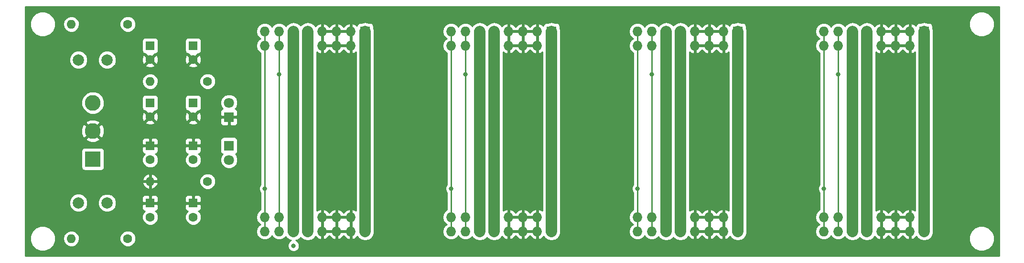
<source format=gbr>
G04 #@! TF.GenerationSoftware,KiCad,Pcbnew,5.0.2-bee76a0~70~ubuntu18.04.1*
G04 #@! TF.CreationDate,2019-05-10T17:39:33+10:00*
G04 #@! TF.ProjectId,busboard,62757362-6f61-4726-942e-6b696361645f,rev?*
G04 #@! TF.SameCoordinates,Original*
G04 #@! TF.FileFunction,Copper,L1,Top*
G04 #@! TF.FilePolarity,Positive*
%FSLAX46Y46*%
G04 Gerber Fmt 4.6, Leading zero omitted, Abs format (unit mm)*
G04 Created by KiCad (PCBNEW 5.0.2-bee76a0~70~ubuntu18.04.1) date Fri 10 May 2019 17:39:33 AEST*
%MOMM*%
%LPD*%
G01*
G04 APERTURE LIST*
G04 #@! TA.AperFunction,ComponentPad*
%ADD10O,1.600000X1.600000*%
G04 #@! TD*
G04 #@! TA.AperFunction,ComponentPad*
%ADD11C,1.600000*%
G04 #@! TD*
G04 #@! TA.AperFunction,ComponentPad*
%ADD12R,1.600000X1.600000*%
G04 #@! TD*
G04 #@! TA.AperFunction,ComponentPad*
%ADD13R,2.800000X2.800000*%
G04 #@! TD*
G04 #@! TA.AperFunction,ComponentPad*
%ADD14C,2.800000*%
G04 #@! TD*
G04 #@! TA.AperFunction,ComponentPad*
%ADD15R,1.727200X1.727200*%
G04 #@! TD*
G04 #@! TA.AperFunction,ComponentPad*
%ADD16O,1.727200X1.727200*%
G04 #@! TD*
G04 #@! TA.AperFunction,ComponentPad*
%ADD17C,2.000000*%
G04 #@! TD*
G04 #@! TA.AperFunction,ComponentPad*
%ADD18R,1.800000X1.800000*%
G04 #@! TD*
G04 #@! TA.AperFunction,ComponentPad*
%ADD19C,1.800000*%
G04 #@! TD*
G04 #@! TA.AperFunction,ViaPad*
%ADD20C,0.800000*%
G04 #@! TD*
G04 #@! TA.AperFunction,Conductor*
%ADD21C,2.000000*%
G04 #@! TD*
G04 #@! TA.AperFunction,Conductor*
%ADD22C,0.250000*%
G04 #@! TD*
G04 #@! TA.AperFunction,Conductor*
%ADD23C,0.254000*%
G04 #@! TD*
G04 APERTURE END LIST*
D10*
G04 #@! TO.P,L2,2*
G04 #@! TO.N,Net-(C2-Pad2)*
X39370000Y-82550000D03*
D11*
G04 #@! TO.P,L2,1*
G04 #@! TO.N,-12V*
X49370000Y-82550000D03*
G04 #@! TD*
G04 #@! TO.P,C7,2*
G04 #@! TO.N,GND*
X60960000Y-50760000D03*
D12*
G04 #@! TO.P,C7,1*
G04 #@! TO.N,+12V*
X60960000Y-48260000D03*
G04 #@! TD*
G04 #@! TO.P,C5,1*
G04 #@! TO.N,+12V*
X53340000Y-48260000D03*
D11*
G04 #@! TO.P,C5,2*
G04 #@! TO.N,GND*
X53340000Y-50760000D03*
G04 #@! TD*
G04 #@! TO.P,C6,2*
G04 #@! TO.N,-12V*
X53340000Y-78740000D03*
D12*
G04 #@! TO.P,C6,1*
G04 #@! TO.N,GND*
X53340000Y-76240000D03*
G04 #@! TD*
D13*
G04 #@! TO.P,J1,1*
G04 #@! TO.N,Net-(F1-Pad2)*
X43180000Y-68420000D03*
D14*
G04 #@! TO.P,J1,2*
G04 #@! TO.N,GND*
X43180000Y-63420000D03*
G04 #@! TO.P,J1,3*
G04 #@! TO.N,Net-(F2-Pad2)*
X43180000Y-58420000D03*
G04 #@! TD*
D15*
G04 #@! TO.P,J2,1*
G04 #@! TO.N,-12V*
X91440000Y-45720000D03*
D16*
G04 #@! TO.P,J2,2*
X91440000Y-48260000D03*
G04 #@! TO.P,J2,3*
G04 #@! TO.N,GND*
X88900000Y-45720000D03*
G04 #@! TO.P,J2,4*
X88900000Y-48260000D03*
G04 #@! TO.P,J2,5*
X86360000Y-45720000D03*
G04 #@! TO.P,J2,6*
X86360000Y-48260000D03*
G04 #@! TO.P,J2,7*
X83820000Y-45720000D03*
G04 #@! TO.P,J2,8*
X83820000Y-48260000D03*
G04 #@! TO.P,J2,9*
G04 #@! TO.N,+12V*
X81280000Y-45720000D03*
G04 #@! TO.P,J2,10*
X81280000Y-48260000D03*
G04 #@! TO.P,J2,11*
G04 #@! TO.N,Net-(J2-Pad11)*
X78740000Y-45720000D03*
G04 #@! TO.P,J2,12*
X78740000Y-48260000D03*
G04 #@! TO.P,J2,13*
G04 #@! TO.N,Net-(J2-Pad13)*
X76200000Y-45720000D03*
G04 #@! TO.P,J2,14*
X76200000Y-48260000D03*
G04 #@! TO.P,J2,15*
G04 #@! TO.N,Net-(J2-Pad15)*
X73660000Y-45720000D03*
G04 #@! TO.P,J2,16*
X73660000Y-48260000D03*
G04 #@! TD*
G04 #@! TO.P,J8,16*
G04 #@! TO.N,Net-(J2-Pad15)*
X139700000Y-81280000D03*
G04 #@! TO.P,J8,15*
X139700000Y-78740000D03*
G04 #@! TO.P,J8,14*
G04 #@! TO.N,Net-(J2-Pad13)*
X142240000Y-81280000D03*
G04 #@! TO.P,J8,13*
X142240000Y-78740000D03*
G04 #@! TO.P,J8,12*
G04 #@! TO.N,Net-(J2-Pad11)*
X144780000Y-81280000D03*
G04 #@! TO.P,J8,11*
X144780000Y-78740000D03*
G04 #@! TO.P,J8,10*
G04 #@! TO.N,+12V*
X147320000Y-81280000D03*
G04 #@! TO.P,J8,9*
X147320000Y-78740000D03*
G04 #@! TO.P,J8,8*
G04 #@! TO.N,GND*
X149860000Y-81280000D03*
G04 #@! TO.P,J8,7*
X149860000Y-78740000D03*
G04 #@! TO.P,J8,6*
X152400000Y-81280000D03*
G04 #@! TO.P,J8,5*
X152400000Y-78740000D03*
G04 #@! TO.P,J8,4*
X154940000Y-81280000D03*
G04 #@! TO.P,J8,3*
X154940000Y-78740000D03*
G04 #@! TO.P,J8,2*
G04 #@! TO.N,-12V*
X157480000Y-81280000D03*
D15*
G04 #@! TO.P,J8,1*
X157480000Y-78740000D03*
G04 #@! TD*
D16*
G04 #@! TO.P,J7,16*
G04 #@! TO.N,Net-(J2-Pad15)*
X106680000Y-81280000D03*
G04 #@! TO.P,J7,15*
X106680000Y-78740000D03*
G04 #@! TO.P,J7,14*
G04 #@! TO.N,Net-(J2-Pad13)*
X109220000Y-81280000D03*
G04 #@! TO.P,J7,13*
X109220000Y-78740000D03*
G04 #@! TO.P,J7,12*
G04 #@! TO.N,Net-(J2-Pad11)*
X111760000Y-81280000D03*
G04 #@! TO.P,J7,11*
X111760000Y-78740000D03*
G04 #@! TO.P,J7,10*
G04 #@! TO.N,+12V*
X114300000Y-81280000D03*
G04 #@! TO.P,J7,9*
X114300000Y-78740000D03*
G04 #@! TO.P,J7,8*
G04 #@! TO.N,GND*
X116840000Y-81280000D03*
G04 #@! TO.P,J7,7*
X116840000Y-78740000D03*
G04 #@! TO.P,J7,6*
X119380000Y-81280000D03*
G04 #@! TO.P,J7,5*
X119380000Y-78740000D03*
G04 #@! TO.P,J7,4*
X121920000Y-81280000D03*
G04 #@! TO.P,J7,3*
X121920000Y-78740000D03*
G04 #@! TO.P,J7,2*
G04 #@! TO.N,-12V*
X124460000Y-81280000D03*
D15*
G04 #@! TO.P,J7,1*
X124460000Y-78740000D03*
G04 #@! TD*
G04 #@! TO.P,J6,1*
G04 #@! TO.N,-12V*
X91440000Y-78740000D03*
D16*
G04 #@! TO.P,J6,2*
X91440000Y-81280000D03*
G04 #@! TO.P,J6,3*
G04 #@! TO.N,GND*
X88900000Y-78740000D03*
G04 #@! TO.P,J6,4*
X88900000Y-81280000D03*
G04 #@! TO.P,J6,5*
X86360000Y-78740000D03*
G04 #@! TO.P,J6,6*
X86360000Y-81280000D03*
G04 #@! TO.P,J6,7*
X83820000Y-78740000D03*
G04 #@! TO.P,J6,8*
X83820000Y-81280000D03*
G04 #@! TO.P,J6,9*
G04 #@! TO.N,+12V*
X81280000Y-78740000D03*
G04 #@! TO.P,J6,10*
X81280000Y-81280000D03*
G04 #@! TO.P,J6,11*
G04 #@! TO.N,Net-(J2-Pad11)*
X78740000Y-78740000D03*
G04 #@! TO.P,J6,12*
X78740000Y-81280000D03*
G04 #@! TO.P,J6,13*
G04 #@! TO.N,Net-(J2-Pad13)*
X76200000Y-78740000D03*
G04 #@! TO.P,J6,14*
X76200000Y-81280000D03*
G04 #@! TO.P,J6,15*
G04 #@! TO.N,Net-(J2-Pad15)*
X73660000Y-78740000D03*
G04 #@! TO.P,J6,16*
X73660000Y-81280000D03*
G04 #@! TD*
G04 #@! TO.P,J5,16*
G04 #@! TO.N,Net-(J2-Pad15)*
X172720000Y-48260000D03*
G04 #@! TO.P,J5,15*
X172720000Y-45720000D03*
G04 #@! TO.P,J5,14*
G04 #@! TO.N,Net-(J2-Pad13)*
X175260000Y-48260000D03*
G04 #@! TO.P,J5,13*
X175260000Y-45720000D03*
G04 #@! TO.P,J5,12*
G04 #@! TO.N,Net-(J2-Pad11)*
X177800000Y-48260000D03*
G04 #@! TO.P,J5,11*
X177800000Y-45720000D03*
G04 #@! TO.P,J5,10*
G04 #@! TO.N,+12V*
X180340000Y-48260000D03*
G04 #@! TO.P,J5,9*
X180340000Y-45720000D03*
G04 #@! TO.P,J5,8*
G04 #@! TO.N,GND*
X182880000Y-48260000D03*
G04 #@! TO.P,J5,7*
X182880000Y-45720000D03*
G04 #@! TO.P,J5,6*
X185420000Y-48260000D03*
G04 #@! TO.P,J5,5*
X185420000Y-45720000D03*
G04 #@! TO.P,J5,4*
X187960000Y-48260000D03*
G04 #@! TO.P,J5,3*
X187960000Y-45720000D03*
G04 #@! TO.P,J5,2*
G04 #@! TO.N,-12V*
X190500000Y-48260000D03*
D15*
G04 #@! TO.P,J5,1*
X190500000Y-45720000D03*
G04 #@! TD*
G04 #@! TO.P,J4,1*
G04 #@! TO.N,-12V*
X157480000Y-45720000D03*
D16*
G04 #@! TO.P,J4,2*
X157480000Y-48260000D03*
G04 #@! TO.P,J4,3*
G04 #@! TO.N,GND*
X154940000Y-45720000D03*
G04 #@! TO.P,J4,4*
X154940000Y-48260000D03*
G04 #@! TO.P,J4,5*
X152400000Y-45720000D03*
G04 #@! TO.P,J4,6*
X152400000Y-48260000D03*
G04 #@! TO.P,J4,7*
X149860000Y-45720000D03*
G04 #@! TO.P,J4,8*
X149860000Y-48260000D03*
G04 #@! TO.P,J4,9*
G04 #@! TO.N,+12V*
X147320000Y-45720000D03*
G04 #@! TO.P,J4,10*
X147320000Y-48260000D03*
G04 #@! TO.P,J4,11*
G04 #@! TO.N,Net-(J2-Pad11)*
X144780000Y-45720000D03*
G04 #@! TO.P,J4,12*
X144780000Y-48260000D03*
G04 #@! TO.P,J4,13*
G04 #@! TO.N,Net-(J2-Pad13)*
X142240000Y-45720000D03*
G04 #@! TO.P,J4,14*
X142240000Y-48260000D03*
G04 #@! TO.P,J4,15*
G04 #@! TO.N,Net-(J2-Pad15)*
X139700000Y-45720000D03*
G04 #@! TO.P,J4,16*
X139700000Y-48260000D03*
G04 #@! TD*
G04 #@! TO.P,J3,16*
G04 #@! TO.N,Net-(J2-Pad15)*
X106680000Y-48260000D03*
G04 #@! TO.P,J3,15*
X106680000Y-45720000D03*
G04 #@! TO.P,J3,14*
G04 #@! TO.N,Net-(J2-Pad13)*
X109220000Y-48260000D03*
G04 #@! TO.P,J3,13*
X109220000Y-45720000D03*
G04 #@! TO.P,J3,12*
G04 #@! TO.N,Net-(J2-Pad11)*
X111760000Y-48260000D03*
G04 #@! TO.P,J3,11*
X111760000Y-45720000D03*
G04 #@! TO.P,J3,10*
G04 #@! TO.N,+12V*
X114300000Y-48260000D03*
G04 #@! TO.P,J3,9*
X114300000Y-45720000D03*
G04 #@! TO.P,J3,8*
G04 #@! TO.N,GND*
X116840000Y-48260000D03*
G04 #@! TO.P,J3,7*
X116840000Y-45720000D03*
G04 #@! TO.P,J3,6*
X119380000Y-48260000D03*
G04 #@! TO.P,J3,5*
X119380000Y-45720000D03*
G04 #@! TO.P,J3,4*
X121920000Y-48260000D03*
G04 #@! TO.P,J3,3*
X121920000Y-45720000D03*
G04 #@! TO.P,J3,2*
G04 #@! TO.N,-12V*
X124460000Y-48260000D03*
D15*
G04 #@! TO.P,J3,1*
X124460000Y-45720000D03*
G04 #@! TD*
G04 #@! TO.P,J9,1*
G04 #@! TO.N,-12V*
X190500000Y-78740000D03*
D16*
G04 #@! TO.P,J9,2*
X190500000Y-81280000D03*
G04 #@! TO.P,J9,3*
G04 #@! TO.N,GND*
X187960000Y-78740000D03*
G04 #@! TO.P,J9,4*
X187960000Y-81280000D03*
G04 #@! TO.P,J9,5*
X185420000Y-78740000D03*
G04 #@! TO.P,J9,6*
X185420000Y-81280000D03*
G04 #@! TO.P,J9,7*
X182880000Y-78740000D03*
G04 #@! TO.P,J9,8*
X182880000Y-81280000D03*
G04 #@! TO.P,J9,9*
G04 #@! TO.N,+12V*
X180340000Y-78740000D03*
G04 #@! TO.P,J9,10*
X180340000Y-81280000D03*
G04 #@! TO.P,J9,11*
G04 #@! TO.N,Net-(J2-Pad11)*
X177800000Y-78740000D03*
G04 #@! TO.P,J9,12*
X177800000Y-81280000D03*
G04 #@! TO.P,J9,13*
G04 #@! TO.N,Net-(J2-Pad13)*
X175260000Y-78740000D03*
G04 #@! TO.P,J9,14*
X175260000Y-81280000D03*
G04 #@! TO.P,J9,15*
G04 #@! TO.N,Net-(J2-Pad15)*
X172720000Y-78740000D03*
G04 #@! TO.P,J9,16*
X172720000Y-81280000D03*
G04 #@! TD*
D12*
G04 #@! TO.P,C3,1*
G04 #@! TO.N,Net-(C1-Pad1)*
X60960000Y-58420000D03*
D11*
G04 #@! TO.P,C3,2*
G04 #@! TO.N,GND*
X60960000Y-60920000D03*
G04 #@! TD*
G04 #@! TO.P,C4,2*
G04 #@! TO.N,Net-(C2-Pad2)*
X60960000Y-68540000D03*
D12*
G04 #@! TO.P,C4,1*
G04 #@! TO.N,GND*
X60960000Y-66040000D03*
G04 #@! TD*
D11*
G04 #@! TO.P,C8,2*
G04 #@! TO.N,-12V*
X60960000Y-78740000D03*
D12*
G04 #@! TO.P,C8,1*
G04 #@! TO.N,GND*
X60960000Y-76240000D03*
G04 #@! TD*
G04 #@! TO.P,C2,1*
G04 #@! TO.N,GND*
X53340000Y-66040000D03*
D11*
G04 #@! TO.P,C2,2*
G04 #@! TO.N,Net-(C2-Pad2)*
X53340000Y-68540000D03*
G04 #@! TD*
G04 #@! TO.P,C1,2*
G04 #@! TO.N,GND*
X53340000Y-60920000D03*
D12*
G04 #@! TO.P,C1,1*
G04 #@! TO.N,Net-(C1-Pad1)*
X53340000Y-58420000D03*
G04 #@! TD*
D17*
G04 #@! TO.P,F2,2*
G04 #@! TO.N,Net-(F2-Pad2)*
X40640000Y-50790000D03*
G04 #@! TO.P,F2,1*
G04 #@! TO.N,Net-(C1-Pad1)*
X45720000Y-50800000D03*
G04 #@! TD*
G04 #@! TO.P,F1,1*
G04 #@! TO.N,Net-(C2-Pad2)*
X45720000Y-76210000D03*
G04 #@! TO.P,F1,2*
G04 #@! TO.N,Net-(F1-Pad2)*
X40640000Y-76200000D03*
G04 #@! TD*
D10*
G04 #@! TO.P,L1,2*
G04 #@! TO.N,Net-(C1-Pad1)*
X39370000Y-44450000D03*
D11*
G04 #@! TO.P,L1,1*
G04 #@! TO.N,+12V*
X49370000Y-44450000D03*
G04 #@! TD*
D18*
G04 #@! TO.P,D2,1*
G04 #@! TO.N,Net-(C2-Pad2)*
X67310000Y-66040000D03*
D19*
G04 #@! TO.P,D2,2*
G04 #@! TO.N,Net-(D2-Pad2)*
X67310000Y-68580000D03*
G04 #@! TD*
D18*
G04 #@! TO.P,D1,1*
G04 #@! TO.N,GND*
X67310000Y-60960000D03*
D19*
G04 #@! TO.P,D1,2*
G04 #@! TO.N,Net-(D1-Pad2)*
X67310000Y-58420000D03*
G04 #@! TD*
D10*
G04 #@! TO.P,R1,2*
G04 #@! TO.N,Net-(C1-Pad1)*
X53340000Y-54610000D03*
D11*
G04 #@! TO.P,R1,1*
G04 #@! TO.N,Net-(D1-Pad2)*
X63500000Y-54610000D03*
G04 #@! TD*
G04 #@! TO.P,R2,1*
G04 #@! TO.N,Net-(D2-Pad2)*
X63500000Y-72390000D03*
D10*
G04 #@! TO.P,R2,2*
G04 #@! TO.N,GND*
X53340000Y-72390000D03*
G04 #@! TD*
D20*
G04 #@! TO.N,GND*
X53340000Y-43180000D03*
X195580000Y-43180000D03*
X195580000Y-83820000D03*
X182880000Y-83820000D03*
X170180000Y-83820000D03*
X154940000Y-83820000D03*
X142240000Y-83820000D03*
X129540000Y-83820000D03*
X116840000Y-83820000D03*
X104140000Y-83820000D03*
X91440000Y-83820000D03*
X66040000Y-83820000D03*
X53340000Y-83820000D03*
X66040000Y-43180000D03*
X78740000Y-43180000D03*
X91440000Y-43180000D03*
X104140000Y-43180000D03*
X116840000Y-43180000D03*
X129540000Y-43180000D03*
X142240000Y-43180000D03*
X154940000Y-43180000D03*
X170180000Y-43180000D03*
X182880000Y-43180000D03*
X38100000Y-50800000D03*
X38100000Y-76200000D03*
X203200000Y-63500000D03*
X203200000Y-76200000D03*
X203200000Y-50800000D03*
X31750000Y-63500000D03*
X31750000Y-52070000D03*
X31750000Y-76200000D03*
G04 #@! TO.N,+12V*
X180340000Y-60960000D03*
X147320000Y-60960000D03*
X114300000Y-60960000D03*
X81280000Y-60960000D03*
G04 #@! TO.N,-12V*
X190500000Y-66040000D03*
X157480000Y-66040000D03*
X124460000Y-66040000D03*
X91440000Y-66040000D03*
G04 #@! TO.N,Net-(J2-Pad13)*
X76200000Y-53340000D03*
X175260000Y-53340000D03*
X142240000Y-53340000D03*
X109220000Y-53340000D03*
G04 #@! TO.N,Net-(J2-Pad15)*
X73660000Y-73660000D03*
X172720000Y-73660000D03*
X139700000Y-73660000D03*
X106680000Y-73660000D03*
G04 #@! TO.N,Net-(J2-Pad11)*
X78740000Y-83820000D03*
X78740000Y-63500000D03*
X177800000Y-63500000D03*
X144780000Y-63500000D03*
X111760000Y-63500000D03*
G04 #@! TD*
D21*
G04 #@! TO.N,+12V*
X81280000Y-81280000D02*
X81280000Y-45720000D01*
X114300000Y-81280000D02*
X114300000Y-45720000D01*
X147320000Y-81280000D02*
X147320000Y-45720000D01*
X180340000Y-81280000D02*
X180340000Y-45720000D01*
G04 #@! TO.N,-12V*
X91440000Y-81280000D02*
X91440000Y-45720000D01*
X124460000Y-45720000D02*
X124460000Y-81280000D01*
X157480000Y-45720000D02*
X157480000Y-81280000D01*
X190500000Y-81280000D02*
X190500000Y-66040000D01*
X190500000Y-66040000D02*
X190500000Y-45720000D01*
D22*
G04 #@! TO.N,Net-(J2-Pad13)*
X109220000Y-45720000D02*
X109220000Y-53340000D01*
X142240000Y-81280000D02*
X142240000Y-53340000D01*
X175260000Y-45720000D02*
X175260000Y-81280000D01*
X76200000Y-53340000D02*
X76200000Y-45720000D01*
X76200000Y-81280000D02*
X76200000Y-53340000D01*
X142240000Y-53340000D02*
X142240000Y-45720000D01*
X109220000Y-53340000D02*
X109220000Y-81280000D01*
G04 #@! TO.N,Net-(J2-Pad15)*
X106680000Y-81280000D02*
X106680000Y-73660000D01*
X139700000Y-45720000D02*
X139700000Y-73660000D01*
X172720000Y-81280000D02*
X172720000Y-45720000D01*
X73660000Y-73660000D02*
X73660000Y-81280000D01*
X73660000Y-45720000D02*
X73660000Y-73660000D01*
X139700000Y-73660000D02*
X139700000Y-81280000D01*
X106680000Y-73660000D02*
X106680000Y-45720000D01*
D21*
G04 #@! TO.N,Net-(J2-Pad11)*
X177800000Y-81280000D02*
X177800000Y-45720000D01*
X144780000Y-45720000D02*
X144780000Y-63500000D01*
X111760000Y-81280000D02*
X111760000Y-63500000D01*
X78740000Y-63500000D02*
X78740000Y-81280000D01*
X78740000Y-45720000D02*
X78740000Y-63500000D01*
X144780000Y-63500000D02*
X144780000Y-81280000D01*
X111760000Y-63500000D02*
X111760000Y-45720000D01*
G04 #@! TD*
D23*
G04 #@! TO.N,GND*
G36*
X203760001Y-85650000D02*
X31190000Y-85650000D01*
X31190000Y-82105431D01*
X32055000Y-82105431D01*
X32055000Y-82994569D01*
X32395259Y-83816026D01*
X33023974Y-84444741D01*
X33845431Y-84785000D01*
X34734569Y-84785000D01*
X35556026Y-84444741D01*
X36184741Y-83816026D01*
X36525000Y-82994569D01*
X36525000Y-82550000D01*
X37906887Y-82550000D01*
X38018260Y-83109909D01*
X38335423Y-83584577D01*
X38810091Y-83901740D01*
X39228667Y-83985000D01*
X39511333Y-83985000D01*
X39929909Y-83901740D01*
X40404577Y-83584577D01*
X40721740Y-83109909D01*
X40833113Y-82550000D01*
X40776336Y-82264561D01*
X47935000Y-82264561D01*
X47935000Y-82835439D01*
X48153466Y-83362862D01*
X48557138Y-83766534D01*
X49084561Y-83985000D01*
X49655439Y-83985000D01*
X50182862Y-83766534D01*
X50586534Y-83362862D01*
X50805000Y-82835439D01*
X50805000Y-82264561D01*
X50586534Y-81737138D01*
X50182862Y-81333466D01*
X49655439Y-81115000D01*
X49084561Y-81115000D01*
X48557138Y-81333466D01*
X48153466Y-81737138D01*
X47935000Y-82264561D01*
X40776336Y-82264561D01*
X40721740Y-81990091D01*
X40404577Y-81515423D01*
X39929909Y-81198260D01*
X39511333Y-81115000D01*
X39228667Y-81115000D01*
X38810091Y-81198260D01*
X38335423Y-81515423D01*
X38018260Y-81990091D01*
X37906887Y-82550000D01*
X36525000Y-82550000D01*
X36525000Y-82105431D01*
X36184741Y-81283974D01*
X35556026Y-80655259D01*
X34734569Y-80315000D01*
X33845431Y-80315000D01*
X33023974Y-80655259D01*
X32395259Y-81283974D01*
X32055000Y-82105431D01*
X31190000Y-82105431D01*
X31190000Y-75874778D01*
X39005000Y-75874778D01*
X39005000Y-76525222D01*
X39253914Y-77126153D01*
X39713847Y-77586086D01*
X40314778Y-77835000D01*
X40965222Y-77835000D01*
X41566153Y-77586086D01*
X42026086Y-77126153D01*
X42275000Y-76525222D01*
X42275000Y-75884778D01*
X44085000Y-75884778D01*
X44085000Y-76535222D01*
X44333914Y-77136153D01*
X44793847Y-77596086D01*
X45394778Y-77845000D01*
X46045222Y-77845000D01*
X46646153Y-77596086D01*
X47106086Y-77136153D01*
X47355000Y-76535222D01*
X47355000Y-76525750D01*
X51905000Y-76525750D01*
X51905000Y-77166309D01*
X52001673Y-77399698D01*
X52180301Y-77578327D01*
X52386759Y-77663845D01*
X52123466Y-77927138D01*
X51905000Y-78454561D01*
X51905000Y-79025439D01*
X52123466Y-79552862D01*
X52527138Y-79956534D01*
X53054561Y-80175000D01*
X53625439Y-80175000D01*
X54152862Y-79956534D01*
X54556534Y-79552862D01*
X54775000Y-79025439D01*
X54775000Y-78454561D01*
X54556534Y-77927138D01*
X54293241Y-77663845D01*
X54499699Y-77578327D01*
X54678327Y-77399698D01*
X54775000Y-77166309D01*
X54775000Y-76525750D01*
X59525000Y-76525750D01*
X59525000Y-77166309D01*
X59621673Y-77399698D01*
X59800301Y-77578327D01*
X60006759Y-77663845D01*
X59743466Y-77927138D01*
X59525000Y-78454561D01*
X59525000Y-79025439D01*
X59743466Y-79552862D01*
X60147138Y-79956534D01*
X60674561Y-80175000D01*
X61245439Y-80175000D01*
X61772862Y-79956534D01*
X62176534Y-79552862D01*
X62395000Y-79025439D01*
X62395000Y-78454561D01*
X62176534Y-77927138D01*
X61913241Y-77663845D01*
X62119699Y-77578327D01*
X62298327Y-77399698D01*
X62395000Y-77166309D01*
X62395000Y-76525750D01*
X62236250Y-76367000D01*
X61087000Y-76367000D01*
X61087000Y-76387000D01*
X60833000Y-76387000D01*
X60833000Y-76367000D01*
X59683750Y-76367000D01*
X59525000Y-76525750D01*
X54775000Y-76525750D01*
X54616250Y-76367000D01*
X53467000Y-76367000D01*
X53467000Y-76387000D01*
X53213000Y-76387000D01*
X53213000Y-76367000D01*
X52063750Y-76367000D01*
X51905000Y-76525750D01*
X47355000Y-76525750D01*
X47355000Y-75884778D01*
X47118448Y-75313691D01*
X51905000Y-75313691D01*
X51905000Y-75954250D01*
X52063750Y-76113000D01*
X53213000Y-76113000D01*
X53213000Y-74963750D01*
X53467000Y-74963750D01*
X53467000Y-76113000D01*
X54616250Y-76113000D01*
X54775000Y-75954250D01*
X54775000Y-75313691D01*
X59525000Y-75313691D01*
X59525000Y-75954250D01*
X59683750Y-76113000D01*
X60833000Y-76113000D01*
X60833000Y-74963750D01*
X61087000Y-74963750D01*
X61087000Y-76113000D01*
X62236250Y-76113000D01*
X62395000Y-75954250D01*
X62395000Y-75313691D01*
X62298327Y-75080302D01*
X62119699Y-74901673D01*
X61886310Y-74805000D01*
X61245750Y-74805000D01*
X61087000Y-74963750D01*
X60833000Y-74963750D01*
X60674250Y-74805000D01*
X60033690Y-74805000D01*
X59800301Y-74901673D01*
X59621673Y-75080302D01*
X59525000Y-75313691D01*
X54775000Y-75313691D01*
X54678327Y-75080302D01*
X54499699Y-74901673D01*
X54266310Y-74805000D01*
X53625750Y-74805000D01*
X53467000Y-74963750D01*
X53213000Y-74963750D01*
X53054250Y-74805000D01*
X52413690Y-74805000D01*
X52180301Y-74901673D01*
X52001673Y-75080302D01*
X51905000Y-75313691D01*
X47118448Y-75313691D01*
X47106086Y-75283847D01*
X46646153Y-74823914D01*
X46045222Y-74575000D01*
X45394778Y-74575000D01*
X44793847Y-74823914D01*
X44333914Y-75283847D01*
X44085000Y-75884778D01*
X42275000Y-75884778D01*
X42275000Y-75874778D01*
X42026086Y-75273847D01*
X41566153Y-74813914D01*
X40965222Y-74565000D01*
X40314778Y-74565000D01*
X39713847Y-74813914D01*
X39253914Y-75273847D01*
X39005000Y-75874778D01*
X31190000Y-75874778D01*
X31190000Y-72739039D01*
X51948096Y-72739039D01*
X52108959Y-73127423D01*
X52484866Y-73542389D01*
X52990959Y-73781914D01*
X53213000Y-73660629D01*
X53213000Y-72517000D01*
X53467000Y-72517000D01*
X53467000Y-73660629D01*
X53689041Y-73781914D01*
X54195134Y-73542389D01*
X54571041Y-73127423D01*
X54731904Y-72739039D01*
X54609915Y-72517000D01*
X53467000Y-72517000D01*
X53213000Y-72517000D01*
X52070085Y-72517000D01*
X51948096Y-72739039D01*
X31190000Y-72739039D01*
X31190000Y-72040961D01*
X51948096Y-72040961D01*
X52070085Y-72263000D01*
X53213000Y-72263000D01*
X53213000Y-71119371D01*
X53467000Y-71119371D01*
X53467000Y-72263000D01*
X54609915Y-72263000D01*
X54696961Y-72104561D01*
X62065000Y-72104561D01*
X62065000Y-72675439D01*
X62283466Y-73202862D01*
X62687138Y-73606534D01*
X63214561Y-73825000D01*
X63785439Y-73825000D01*
X64312862Y-73606534D01*
X64716534Y-73202862D01*
X64935000Y-72675439D01*
X64935000Y-72104561D01*
X64716534Y-71577138D01*
X64312862Y-71173466D01*
X63785439Y-70955000D01*
X63214561Y-70955000D01*
X62687138Y-71173466D01*
X62283466Y-71577138D01*
X62065000Y-72104561D01*
X54696961Y-72104561D01*
X54731904Y-72040961D01*
X54571041Y-71652577D01*
X54195134Y-71237611D01*
X53689041Y-70998086D01*
X53467000Y-71119371D01*
X53213000Y-71119371D01*
X52990959Y-70998086D01*
X52484866Y-71237611D01*
X52108959Y-71652577D01*
X51948096Y-72040961D01*
X31190000Y-72040961D01*
X31190000Y-67020000D01*
X41132560Y-67020000D01*
X41132560Y-69820000D01*
X41181843Y-70067765D01*
X41322191Y-70277809D01*
X41532235Y-70418157D01*
X41780000Y-70467440D01*
X44580000Y-70467440D01*
X44827765Y-70418157D01*
X45037809Y-70277809D01*
X45178157Y-70067765D01*
X45227440Y-69820000D01*
X45227440Y-67020000D01*
X45178157Y-66772235D01*
X45037809Y-66562191D01*
X44827765Y-66421843D01*
X44580000Y-66372560D01*
X41780000Y-66372560D01*
X41532235Y-66421843D01*
X41322191Y-66562191D01*
X41181843Y-66772235D01*
X41132560Y-67020000D01*
X31190000Y-67020000D01*
X31190000Y-66325750D01*
X51905000Y-66325750D01*
X51905000Y-66966309D01*
X52001673Y-67199698D01*
X52180301Y-67378327D01*
X52386759Y-67463845D01*
X52123466Y-67727138D01*
X51905000Y-68254561D01*
X51905000Y-68825439D01*
X52123466Y-69352862D01*
X52527138Y-69756534D01*
X53054561Y-69975000D01*
X53625439Y-69975000D01*
X54152862Y-69756534D01*
X54556534Y-69352862D01*
X54775000Y-68825439D01*
X54775000Y-68254561D01*
X54556534Y-67727138D01*
X54293241Y-67463845D01*
X54499699Y-67378327D01*
X54678327Y-67199698D01*
X54775000Y-66966309D01*
X54775000Y-66325750D01*
X59525000Y-66325750D01*
X59525000Y-66966309D01*
X59621673Y-67199698D01*
X59800301Y-67378327D01*
X60006759Y-67463845D01*
X59743466Y-67727138D01*
X59525000Y-68254561D01*
X59525000Y-68825439D01*
X59743466Y-69352862D01*
X60147138Y-69756534D01*
X60674561Y-69975000D01*
X61245439Y-69975000D01*
X61772862Y-69756534D01*
X62176534Y-69352862D01*
X62395000Y-68825439D01*
X62395000Y-68254561D01*
X62176534Y-67727138D01*
X61913241Y-67463845D01*
X62119699Y-67378327D01*
X62298327Y-67199698D01*
X62395000Y-66966309D01*
X62395000Y-66325750D01*
X62236250Y-66167000D01*
X61087000Y-66167000D01*
X61087000Y-66187000D01*
X60833000Y-66187000D01*
X60833000Y-66167000D01*
X59683750Y-66167000D01*
X59525000Y-66325750D01*
X54775000Y-66325750D01*
X54616250Y-66167000D01*
X53467000Y-66167000D01*
X53467000Y-66187000D01*
X53213000Y-66187000D01*
X53213000Y-66167000D01*
X52063750Y-66167000D01*
X51905000Y-66325750D01*
X31190000Y-66325750D01*
X31190000Y-64861724D01*
X41917882Y-64861724D01*
X42065455Y-65170106D01*
X42820031Y-65463405D01*
X43629409Y-65445614D01*
X44294545Y-65170106D01*
X44321541Y-65113691D01*
X51905000Y-65113691D01*
X51905000Y-65754250D01*
X52063750Y-65913000D01*
X53213000Y-65913000D01*
X53213000Y-64763750D01*
X53467000Y-64763750D01*
X53467000Y-65913000D01*
X54616250Y-65913000D01*
X54775000Y-65754250D01*
X54775000Y-65113691D01*
X59525000Y-65113691D01*
X59525000Y-65754250D01*
X59683750Y-65913000D01*
X60833000Y-65913000D01*
X60833000Y-64763750D01*
X61087000Y-64763750D01*
X61087000Y-65913000D01*
X62236250Y-65913000D01*
X62395000Y-65754250D01*
X62395000Y-65140000D01*
X65762560Y-65140000D01*
X65762560Y-66940000D01*
X65811843Y-67187765D01*
X65952191Y-67397809D01*
X66162235Y-67538157D01*
X66177908Y-67541275D01*
X66008690Y-67710493D01*
X65775000Y-68274670D01*
X65775000Y-68885330D01*
X66008690Y-69449507D01*
X66440493Y-69881310D01*
X67004670Y-70115000D01*
X67615330Y-70115000D01*
X68179507Y-69881310D01*
X68611310Y-69449507D01*
X68845000Y-68885330D01*
X68845000Y-68274670D01*
X68611310Y-67710493D01*
X68442092Y-67541275D01*
X68457765Y-67538157D01*
X68667809Y-67397809D01*
X68808157Y-67187765D01*
X68857440Y-66940000D01*
X68857440Y-65140000D01*
X68808157Y-64892235D01*
X68667809Y-64682191D01*
X68457765Y-64541843D01*
X68210000Y-64492560D01*
X66410000Y-64492560D01*
X66162235Y-64541843D01*
X65952191Y-64682191D01*
X65811843Y-64892235D01*
X65762560Y-65140000D01*
X62395000Y-65140000D01*
X62395000Y-65113691D01*
X62298327Y-64880302D01*
X62119699Y-64701673D01*
X61886310Y-64605000D01*
X61245750Y-64605000D01*
X61087000Y-64763750D01*
X60833000Y-64763750D01*
X60674250Y-64605000D01*
X60033690Y-64605000D01*
X59800301Y-64701673D01*
X59621673Y-64880302D01*
X59525000Y-65113691D01*
X54775000Y-65113691D01*
X54678327Y-64880302D01*
X54499699Y-64701673D01*
X54266310Y-64605000D01*
X53625750Y-64605000D01*
X53467000Y-64763750D01*
X53213000Y-64763750D01*
X53054250Y-64605000D01*
X52413690Y-64605000D01*
X52180301Y-64701673D01*
X52001673Y-64880302D01*
X51905000Y-65113691D01*
X44321541Y-65113691D01*
X44442118Y-64861724D01*
X43180000Y-63599605D01*
X41917882Y-64861724D01*
X31190000Y-64861724D01*
X31190000Y-63060031D01*
X41136595Y-63060031D01*
X41154386Y-63869409D01*
X41429894Y-64534545D01*
X41738276Y-64682118D01*
X43000395Y-63420000D01*
X43359605Y-63420000D01*
X44621724Y-64682118D01*
X44930106Y-64534545D01*
X45223405Y-63779969D01*
X45205614Y-62970591D01*
X44930106Y-62305455D01*
X44621724Y-62157882D01*
X43359605Y-63420000D01*
X43000395Y-63420000D01*
X41738276Y-62157882D01*
X41429894Y-62305455D01*
X41136595Y-63060031D01*
X31190000Y-63060031D01*
X31190000Y-61978276D01*
X41917882Y-61978276D01*
X43180000Y-63240395D01*
X44442118Y-61978276D01*
X44417937Y-61927745D01*
X52511861Y-61927745D01*
X52585995Y-62173864D01*
X53123223Y-62366965D01*
X53693454Y-62339778D01*
X54094005Y-62173864D01*
X54168139Y-61927745D01*
X60131861Y-61927745D01*
X60205995Y-62173864D01*
X60743223Y-62366965D01*
X61313454Y-62339778D01*
X61714005Y-62173864D01*
X61788139Y-61927745D01*
X60960000Y-61099605D01*
X60131861Y-61927745D01*
X54168139Y-61927745D01*
X53340000Y-61099605D01*
X52511861Y-61927745D01*
X44417937Y-61927745D01*
X44294545Y-61669894D01*
X43539969Y-61376595D01*
X42730591Y-61394386D01*
X42065455Y-61669894D01*
X41917882Y-61978276D01*
X31190000Y-61978276D01*
X31190000Y-60703223D01*
X51893035Y-60703223D01*
X51920222Y-61273454D01*
X52086136Y-61674005D01*
X52332255Y-61748139D01*
X53160395Y-60920000D01*
X53519605Y-60920000D01*
X54347745Y-61748139D01*
X54593864Y-61674005D01*
X54786965Y-61136777D01*
X54766295Y-60703223D01*
X59513035Y-60703223D01*
X59540222Y-61273454D01*
X59706136Y-61674005D01*
X59952255Y-61748139D01*
X60780395Y-60920000D01*
X61139605Y-60920000D01*
X61967745Y-61748139D01*
X62213864Y-61674005D01*
X62367795Y-61245750D01*
X65775000Y-61245750D01*
X65775000Y-61986309D01*
X65871673Y-62219698D01*
X66050301Y-62398327D01*
X66283690Y-62495000D01*
X67024250Y-62495000D01*
X67183000Y-62336250D01*
X67183000Y-61087000D01*
X67437000Y-61087000D01*
X67437000Y-62336250D01*
X67595750Y-62495000D01*
X68336310Y-62495000D01*
X68569699Y-62398327D01*
X68748327Y-62219698D01*
X68845000Y-61986309D01*
X68845000Y-61245750D01*
X68686250Y-61087000D01*
X67437000Y-61087000D01*
X67183000Y-61087000D01*
X65933750Y-61087000D01*
X65775000Y-61245750D01*
X62367795Y-61245750D01*
X62406965Y-61136777D01*
X62379778Y-60566546D01*
X62213864Y-60165995D01*
X61967745Y-60091861D01*
X61139605Y-60920000D01*
X60780395Y-60920000D01*
X59952255Y-60091861D01*
X59706136Y-60165995D01*
X59513035Y-60703223D01*
X54766295Y-60703223D01*
X54759778Y-60566546D01*
X54593864Y-60165995D01*
X54347745Y-60091861D01*
X53519605Y-60920000D01*
X53160395Y-60920000D01*
X52332255Y-60091861D01*
X52086136Y-60165995D01*
X51893035Y-60703223D01*
X31190000Y-60703223D01*
X31190000Y-58015213D01*
X41145000Y-58015213D01*
X41145000Y-58824787D01*
X41454810Y-59572735D01*
X42027265Y-60145190D01*
X42775213Y-60455000D01*
X43584787Y-60455000D01*
X44332735Y-60145190D01*
X44905190Y-59572735D01*
X45215000Y-58824787D01*
X45215000Y-58015213D01*
X45051298Y-57620000D01*
X51892560Y-57620000D01*
X51892560Y-59220000D01*
X51941843Y-59467765D01*
X52082191Y-59677809D01*
X52292235Y-59818157D01*
X52526187Y-59864693D01*
X52511861Y-59912255D01*
X53340000Y-60740395D01*
X54168139Y-59912255D01*
X54153813Y-59864693D01*
X54387765Y-59818157D01*
X54597809Y-59677809D01*
X54738157Y-59467765D01*
X54787440Y-59220000D01*
X54787440Y-57620000D01*
X59512560Y-57620000D01*
X59512560Y-59220000D01*
X59561843Y-59467765D01*
X59702191Y-59677809D01*
X59912235Y-59818157D01*
X60146187Y-59864693D01*
X60131861Y-59912255D01*
X60960000Y-60740395D01*
X61788139Y-59912255D01*
X61773813Y-59864693D01*
X62007765Y-59818157D01*
X62217809Y-59677809D01*
X62358157Y-59467765D01*
X62407440Y-59220000D01*
X62407440Y-58114670D01*
X65775000Y-58114670D01*
X65775000Y-58725330D01*
X66008690Y-59289507D01*
X66185044Y-59465861D01*
X66050301Y-59521673D01*
X65871673Y-59700302D01*
X65775000Y-59933691D01*
X65775000Y-60674250D01*
X65933750Y-60833000D01*
X67183000Y-60833000D01*
X67183000Y-60813000D01*
X67437000Y-60813000D01*
X67437000Y-60833000D01*
X68686250Y-60833000D01*
X68845000Y-60674250D01*
X68845000Y-59933691D01*
X68748327Y-59700302D01*
X68569699Y-59521673D01*
X68434956Y-59465861D01*
X68611310Y-59289507D01*
X68845000Y-58725330D01*
X68845000Y-58114670D01*
X68611310Y-57550493D01*
X68179507Y-57118690D01*
X67615330Y-56885000D01*
X67004670Y-56885000D01*
X66440493Y-57118690D01*
X66008690Y-57550493D01*
X65775000Y-58114670D01*
X62407440Y-58114670D01*
X62407440Y-57620000D01*
X62358157Y-57372235D01*
X62217809Y-57162191D01*
X62007765Y-57021843D01*
X61760000Y-56972560D01*
X60160000Y-56972560D01*
X59912235Y-57021843D01*
X59702191Y-57162191D01*
X59561843Y-57372235D01*
X59512560Y-57620000D01*
X54787440Y-57620000D01*
X54738157Y-57372235D01*
X54597809Y-57162191D01*
X54387765Y-57021843D01*
X54140000Y-56972560D01*
X52540000Y-56972560D01*
X52292235Y-57021843D01*
X52082191Y-57162191D01*
X51941843Y-57372235D01*
X51892560Y-57620000D01*
X45051298Y-57620000D01*
X44905190Y-57267265D01*
X44332735Y-56694810D01*
X43584787Y-56385000D01*
X42775213Y-56385000D01*
X42027265Y-56694810D01*
X41454810Y-57267265D01*
X41145000Y-58015213D01*
X31190000Y-58015213D01*
X31190000Y-54610000D01*
X51876887Y-54610000D01*
X51988260Y-55169909D01*
X52305423Y-55644577D01*
X52780091Y-55961740D01*
X53198667Y-56045000D01*
X53481333Y-56045000D01*
X53899909Y-55961740D01*
X54374577Y-55644577D01*
X54691740Y-55169909D01*
X54803113Y-54610000D01*
X54746336Y-54324561D01*
X62065000Y-54324561D01*
X62065000Y-54895439D01*
X62283466Y-55422862D01*
X62687138Y-55826534D01*
X63214561Y-56045000D01*
X63785439Y-56045000D01*
X64312862Y-55826534D01*
X64716534Y-55422862D01*
X64935000Y-54895439D01*
X64935000Y-54324561D01*
X64716534Y-53797138D01*
X64312862Y-53393466D01*
X63785439Y-53175000D01*
X63214561Y-53175000D01*
X62687138Y-53393466D01*
X62283466Y-53797138D01*
X62065000Y-54324561D01*
X54746336Y-54324561D01*
X54691740Y-54050091D01*
X54374577Y-53575423D01*
X53899909Y-53258260D01*
X53481333Y-53175000D01*
X53198667Y-53175000D01*
X52780091Y-53258260D01*
X52305423Y-53575423D01*
X51988260Y-54050091D01*
X51876887Y-54610000D01*
X31190000Y-54610000D01*
X31190000Y-50464778D01*
X39005000Y-50464778D01*
X39005000Y-51115222D01*
X39253914Y-51716153D01*
X39713847Y-52176086D01*
X40314778Y-52425000D01*
X40965222Y-52425000D01*
X41566153Y-52176086D01*
X42026086Y-51716153D01*
X42275000Y-51115222D01*
X42275000Y-50474778D01*
X44085000Y-50474778D01*
X44085000Y-51125222D01*
X44333914Y-51726153D01*
X44793847Y-52186086D01*
X45394778Y-52435000D01*
X46045222Y-52435000D01*
X46646153Y-52186086D01*
X47064494Y-51767745D01*
X52511861Y-51767745D01*
X52585995Y-52013864D01*
X53123223Y-52206965D01*
X53693454Y-52179778D01*
X54094005Y-52013864D01*
X54168139Y-51767745D01*
X60131861Y-51767745D01*
X60205995Y-52013864D01*
X60743223Y-52206965D01*
X61313454Y-52179778D01*
X61714005Y-52013864D01*
X61788139Y-51767745D01*
X60960000Y-50939605D01*
X60131861Y-51767745D01*
X54168139Y-51767745D01*
X53340000Y-50939605D01*
X52511861Y-51767745D01*
X47064494Y-51767745D01*
X47106086Y-51726153D01*
X47355000Y-51125222D01*
X47355000Y-50543223D01*
X51893035Y-50543223D01*
X51920222Y-51113454D01*
X52086136Y-51514005D01*
X52332255Y-51588139D01*
X53160395Y-50760000D01*
X53519605Y-50760000D01*
X54347745Y-51588139D01*
X54593864Y-51514005D01*
X54786965Y-50976777D01*
X54766295Y-50543223D01*
X59513035Y-50543223D01*
X59540222Y-51113454D01*
X59706136Y-51514005D01*
X59952255Y-51588139D01*
X60780395Y-50760000D01*
X61139605Y-50760000D01*
X61967745Y-51588139D01*
X62213864Y-51514005D01*
X62406965Y-50976777D01*
X62379778Y-50406546D01*
X62213864Y-50005995D01*
X61967745Y-49931861D01*
X61139605Y-50760000D01*
X60780395Y-50760000D01*
X59952255Y-49931861D01*
X59706136Y-50005995D01*
X59513035Y-50543223D01*
X54766295Y-50543223D01*
X54759778Y-50406546D01*
X54593864Y-50005995D01*
X54347745Y-49931861D01*
X53519605Y-50760000D01*
X53160395Y-50760000D01*
X52332255Y-49931861D01*
X52086136Y-50005995D01*
X51893035Y-50543223D01*
X47355000Y-50543223D01*
X47355000Y-50474778D01*
X47106086Y-49873847D01*
X46646153Y-49413914D01*
X46045222Y-49165000D01*
X45394778Y-49165000D01*
X44793847Y-49413914D01*
X44333914Y-49873847D01*
X44085000Y-50474778D01*
X42275000Y-50474778D01*
X42275000Y-50464778D01*
X42026086Y-49863847D01*
X41566153Y-49403914D01*
X40965222Y-49155000D01*
X40314778Y-49155000D01*
X39713847Y-49403914D01*
X39253914Y-49863847D01*
X39005000Y-50464778D01*
X31190000Y-50464778D01*
X31190000Y-47460000D01*
X51892560Y-47460000D01*
X51892560Y-49060000D01*
X51941843Y-49307765D01*
X52082191Y-49517809D01*
X52292235Y-49658157D01*
X52526187Y-49704693D01*
X52511861Y-49752255D01*
X53340000Y-50580395D01*
X54168139Y-49752255D01*
X54153813Y-49704693D01*
X54387765Y-49658157D01*
X54597809Y-49517809D01*
X54738157Y-49307765D01*
X54787440Y-49060000D01*
X54787440Y-47460000D01*
X59512560Y-47460000D01*
X59512560Y-49060000D01*
X59561843Y-49307765D01*
X59702191Y-49517809D01*
X59912235Y-49658157D01*
X60146187Y-49704693D01*
X60131861Y-49752255D01*
X60960000Y-50580395D01*
X61788139Y-49752255D01*
X61773813Y-49704693D01*
X62007765Y-49658157D01*
X62217809Y-49517809D01*
X62358157Y-49307765D01*
X62407440Y-49060000D01*
X62407440Y-47460000D01*
X62358157Y-47212235D01*
X62217809Y-47002191D01*
X62007765Y-46861843D01*
X61760000Y-46812560D01*
X60160000Y-46812560D01*
X59912235Y-46861843D01*
X59702191Y-47002191D01*
X59561843Y-47212235D01*
X59512560Y-47460000D01*
X54787440Y-47460000D01*
X54738157Y-47212235D01*
X54597809Y-47002191D01*
X54387765Y-46861843D01*
X54140000Y-46812560D01*
X52540000Y-46812560D01*
X52292235Y-46861843D01*
X52082191Y-47002191D01*
X51941843Y-47212235D01*
X51892560Y-47460000D01*
X31190000Y-47460000D01*
X31190000Y-44005431D01*
X32055000Y-44005431D01*
X32055000Y-44894569D01*
X32395259Y-45716026D01*
X33023974Y-46344741D01*
X33845431Y-46685000D01*
X34734569Y-46685000D01*
X35556026Y-46344741D01*
X36184741Y-45716026D01*
X36525000Y-44894569D01*
X36525000Y-44450000D01*
X37906887Y-44450000D01*
X38018260Y-45009909D01*
X38335423Y-45484577D01*
X38810091Y-45801740D01*
X39228667Y-45885000D01*
X39511333Y-45885000D01*
X39929909Y-45801740D01*
X40404577Y-45484577D01*
X40721740Y-45009909D01*
X40833113Y-44450000D01*
X40776336Y-44164561D01*
X47935000Y-44164561D01*
X47935000Y-44735439D01*
X48153466Y-45262862D01*
X48557138Y-45666534D01*
X49084561Y-45885000D01*
X49655439Y-45885000D01*
X50053783Y-45720000D01*
X72132041Y-45720000D01*
X72248350Y-46304725D01*
X72579570Y-46800430D01*
X72863281Y-46990000D01*
X72579570Y-47179570D01*
X72248350Y-47675275D01*
X72132041Y-48260000D01*
X72248350Y-48844725D01*
X72579570Y-49340430D01*
X72900000Y-49554535D01*
X72900001Y-72956288D01*
X72782569Y-73073720D01*
X72625000Y-73454126D01*
X72625000Y-73865874D01*
X72782569Y-74246280D01*
X72900000Y-74363711D01*
X72900000Y-77445465D01*
X72579570Y-77659570D01*
X72248350Y-78155275D01*
X72132041Y-78740000D01*
X72248350Y-79324725D01*
X72579570Y-79820430D01*
X72863281Y-80010000D01*
X72579570Y-80199570D01*
X72248350Y-80695275D01*
X72132041Y-81280000D01*
X72248350Y-81864725D01*
X72579570Y-82360430D01*
X73075275Y-82691650D01*
X73512402Y-82778600D01*
X73807598Y-82778600D01*
X74244725Y-82691650D01*
X74740430Y-82360430D01*
X74930000Y-82076719D01*
X75119570Y-82360430D01*
X75615275Y-82691650D01*
X76052402Y-82778600D01*
X76347598Y-82778600D01*
X76784725Y-82691650D01*
X77280430Y-82360430D01*
X77387977Y-82199475D01*
X77561232Y-82458769D01*
X78102056Y-82820136D01*
X78336646Y-82866799D01*
X78153720Y-82942569D01*
X77862569Y-83233720D01*
X77705000Y-83614126D01*
X77705000Y-84025874D01*
X77862569Y-84406280D01*
X78153720Y-84697431D01*
X78534126Y-84855000D01*
X78945874Y-84855000D01*
X79326280Y-84697431D01*
X79617431Y-84406280D01*
X79775000Y-84025874D01*
X79775000Y-83614126D01*
X79617431Y-83233720D01*
X79326280Y-82942569D01*
X79143354Y-82866799D01*
X79377945Y-82820136D01*
X79918769Y-82458769D01*
X80010000Y-82322232D01*
X80101231Y-82458769D01*
X80642055Y-82820136D01*
X81280000Y-82947031D01*
X81917944Y-82820136D01*
X82458769Y-82458769D01*
X82637745Y-82190913D01*
X83045053Y-82562688D01*
X83460974Y-82734958D01*
X83693000Y-82613817D01*
X83693000Y-81407000D01*
X83947000Y-81407000D01*
X83947000Y-82613817D01*
X84179026Y-82734958D01*
X84594947Y-82562688D01*
X85026821Y-82168490D01*
X85090000Y-82033687D01*
X85153179Y-82168490D01*
X85585053Y-82562688D01*
X86000974Y-82734958D01*
X86233000Y-82613817D01*
X86233000Y-81407000D01*
X86487000Y-81407000D01*
X86487000Y-82613817D01*
X86719026Y-82734958D01*
X87134947Y-82562688D01*
X87566821Y-82168490D01*
X87630000Y-82033687D01*
X87693179Y-82168490D01*
X88125053Y-82562688D01*
X88540974Y-82734958D01*
X88773000Y-82613817D01*
X88773000Y-81407000D01*
X86487000Y-81407000D01*
X86233000Y-81407000D01*
X83947000Y-81407000D01*
X83693000Y-81407000D01*
X83673000Y-81407000D01*
X83673000Y-81153000D01*
X83693000Y-81153000D01*
X83693000Y-78867000D01*
X83947000Y-78867000D01*
X83947000Y-81153000D01*
X86233000Y-81153000D01*
X86233000Y-78867000D01*
X86487000Y-78867000D01*
X86487000Y-81153000D01*
X88773000Y-81153000D01*
X88773000Y-78867000D01*
X86487000Y-78867000D01*
X86233000Y-78867000D01*
X83947000Y-78867000D01*
X83693000Y-78867000D01*
X83673000Y-78867000D01*
X83673000Y-78613000D01*
X83693000Y-78613000D01*
X83693000Y-77406183D01*
X83947000Y-77406183D01*
X83947000Y-78613000D01*
X86233000Y-78613000D01*
X86233000Y-77406183D01*
X86487000Y-77406183D01*
X86487000Y-78613000D01*
X88773000Y-78613000D01*
X88773000Y-77406183D01*
X88540974Y-77285042D01*
X88125053Y-77457312D01*
X87693179Y-77851510D01*
X87630000Y-77986313D01*
X87566821Y-77851510D01*
X87134947Y-77457312D01*
X86719026Y-77285042D01*
X86487000Y-77406183D01*
X86233000Y-77406183D01*
X86000974Y-77285042D01*
X85585053Y-77457312D01*
X85153179Y-77851510D01*
X85090000Y-77986313D01*
X85026821Y-77851510D01*
X84594947Y-77457312D01*
X84179026Y-77285042D01*
X83947000Y-77406183D01*
X83693000Y-77406183D01*
X83460974Y-77285042D01*
X83045053Y-77457312D01*
X82915000Y-77576019D01*
X82915000Y-49423981D01*
X83045053Y-49542688D01*
X83460974Y-49714958D01*
X83693000Y-49593817D01*
X83693000Y-48387000D01*
X83947000Y-48387000D01*
X83947000Y-49593817D01*
X84179026Y-49714958D01*
X84594947Y-49542688D01*
X85026821Y-49148490D01*
X85090000Y-49013687D01*
X85153179Y-49148490D01*
X85585053Y-49542688D01*
X86000974Y-49714958D01*
X86233000Y-49593817D01*
X86233000Y-48387000D01*
X86487000Y-48387000D01*
X86487000Y-49593817D01*
X86719026Y-49714958D01*
X87134947Y-49542688D01*
X87566821Y-49148490D01*
X87630000Y-49013687D01*
X87693179Y-49148490D01*
X88125053Y-49542688D01*
X88540974Y-49714958D01*
X88773000Y-49593817D01*
X88773000Y-48387000D01*
X86487000Y-48387000D01*
X86233000Y-48387000D01*
X83947000Y-48387000D01*
X83693000Y-48387000D01*
X83673000Y-48387000D01*
X83673000Y-48133000D01*
X83693000Y-48133000D01*
X83693000Y-45847000D01*
X83947000Y-45847000D01*
X83947000Y-48133000D01*
X86233000Y-48133000D01*
X86233000Y-45847000D01*
X86487000Y-45847000D01*
X86487000Y-48133000D01*
X88773000Y-48133000D01*
X88773000Y-45847000D01*
X86487000Y-45847000D01*
X86233000Y-45847000D01*
X83947000Y-45847000D01*
X83693000Y-45847000D01*
X83673000Y-45847000D01*
X83673000Y-45593000D01*
X83693000Y-45593000D01*
X83693000Y-44386183D01*
X83947000Y-44386183D01*
X83947000Y-45593000D01*
X86233000Y-45593000D01*
X86233000Y-44386183D01*
X86487000Y-44386183D01*
X86487000Y-45593000D01*
X88773000Y-45593000D01*
X88773000Y-44386183D01*
X89027000Y-44386183D01*
X89027000Y-45593000D01*
X89047000Y-45593000D01*
X89047000Y-45847000D01*
X89027000Y-45847000D01*
X89027000Y-48133000D01*
X89047000Y-48133000D01*
X89047000Y-48387000D01*
X89027000Y-48387000D01*
X89027000Y-49593817D01*
X89259026Y-49714958D01*
X89674947Y-49542688D01*
X89805001Y-49423980D01*
X89805000Y-77576019D01*
X89674947Y-77457312D01*
X89259026Y-77285042D01*
X89027000Y-77406183D01*
X89027000Y-78613000D01*
X89047000Y-78613000D01*
X89047000Y-78867000D01*
X89027000Y-78867000D01*
X89027000Y-81153000D01*
X89047000Y-81153000D01*
X89047000Y-81407000D01*
X89027000Y-81407000D01*
X89027000Y-82613817D01*
X89259026Y-82734958D01*
X89674947Y-82562688D01*
X90082255Y-82190913D01*
X90261231Y-82458769D01*
X90802055Y-82820136D01*
X91440000Y-82947031D01*
X92077944Y-82820136D01*
X92618769Y-82458769D01*
X92980136Y-81917945D01*
X93075000Y-81441031D01*
X93075000Y-45720000D01*
X105152041Y-45720000D01*
X105268350Y-46304725D01*
X105599570Y-46800430D01*
X105883281Y-46990000D01*
X105599570Y-47179570D01*
X105268350Y-47675275D01*
X105152041Y-48260000D01*
X105268350Y-48844725D01*
X105599570Y-49340430D01*
X105920001Y-49554535D01*
X105920000Y-72956289D01*
X105802569Y-73073720D01*
X105645000Y-73454126D01*
X105645000Y-73865874D01*
X105802569Y-74246280D01*
X105920001Y-74363712D01*
X105920001Y-77445465D01*
X105599570Y-77659570D01*
X105268350Y-78155275D01*
X105152041Y-78740000D01*
X105268350Y-79324725D01*
X105599570Y-79820430D01*
X105883281Y-80010000D01*
X105599570Y-80199570D01*
X105268350Y-80695275D01*
X105152041Y-81280000D01*
X105268350Y-81864725D01*
X105599570Y-82360430D01*
X106095275Y-82691650D01*
X106532402Y-82778600D01*
X106827598Y-82778600D01*
X107264725Y-82691650D01*
X107760430Y-82360430D01*
X107950000Y-82076719D01*
X108139570Y-82360430D01*
X108635275Y-82691650D01*
X109072402Y-82778600D01*
X109367598Y-82778600D01*
X109804725Y-82691650D01*
X110300430Y-82360430D01*
X110407977Y-82199475D01*
X110581231Y-82458769D01*
X111122055Y-82820136D01*
X111760000Y-82947031D01*
X112397944Y-82820136D01*
X112938769Y-82458769D01*
X113030000Y-82322232D01*
X113121231Y-82458769D01*
X113662055Y-82820136D01*
X114300000Y-82947031D01*
X114937944Y-82820136D01*
X115478769Y-82458769D01*
X115657745Y-82190913D01*
X116065053Y-82562688D01*
X116480974Y-82734958D01*
X116713000Y-82613817D01*
X116713000Y-81407000D01*
X116967000Y-81407000D01*
X116967000Y-82613817D01*
X117199026Y-82734958D01*
X117614947Y-82562688D01*
X118046821Y-82168490D01*
X118110000Y-82033687D01*
X118173179Y-82168490D01*
X118605053Y-82562688D01*
X119020974Y-82734958D01*
X119253000Y-82613817D01*
X119253000Y-81407000D01*
X119507000Y-81407000D01*
X119507000Y-82613817D01*
X119739026Y-82734958D01*
X120154947Y-82562688D01*
X120586821Y-82168490D01*
X120650000Y-82033687D01*
X120713179Y-82168490D01*
X121145053Y-82562688D01*
X121560974Y-82734958D01*
X121793000Y-82613817D01*
X121793000Y-81407000D01*
X119507000Y-81407000D01*
X119253000Y-81407000D01*
X116967000Y-81407000D01*
X116713000Y-81407000D01*
X116693000Y-81407000D01*
X116693000Y-81153000D01*
X116713000Y-81153000D01*
X116713000Y-78867000D01*
X116967000Y-78867000D01*
X116967000Y-81153000D01*
X119253000Y-81153000D01*
X119253000Y-78867000D01*
X119507000Y-78867000D01*
X119507000Y-81153000D01*
X121793000Y-81153000D01*
X121793000Y-78867000D01*
X119507000Y-78867000D01*
X119253000Y-78867000D01*
X116967000Y-78867000D01*
X116713000Y-78867000D01*
X116693000Y-78867000D01*
X116693000Y-78613000D01*
X116713000Y-78613000D01*
X116713000Y-77406183D01*
X116967000Y-77406183D01*
X116967000Y-78613000D01*
X119253000Y-78613000D01*
X119253000Y-77406183D01*
X119507000Y-77406183D01*
X119507000Y-78613000D01*
X121793000Y-78613000D01*
X121793000Y-77406183D01*
X121560974Y-77285042D01*
X121145053Y-77457312D01*
X120713179Y-77851510D01*
X120650000Y-77986313D01*
X120586821Y-77851510D01*
X120154947Y-77457312D01*
X119739026Y-77285042D01*
X119507000Y-77406183D01*
X119253000Y-77406183D01*
X119020974Y-77285042D01*
X118605053Y-77457312D01*
X118173179Y-77851510D01*
X118110000Y-77986313D01*
X118046821Y-77851510D01*
X117614947Y-77457312D01*
X117199026Y-77285042D01*
X116967000Y-77406183D01*
X116713000Y-77406183D01*
X116480974Y-77285042D01*
X116065053Y-77457312D01*
X115935000Y-77576019D01*
X115935000Y-49423981D01*
X116065053Y-49542688D01*
X116480974Y-49714958D01*
X116713000Y-49593817D01*
X116713000Y-48387000D01*
X116967000Y-48387000D01*
X116967000Y-49593817D01*
X117199026Y-49714958D01*
X117614947Y-49542688D01*
X118046821Y-49148490D01*
X118110000Y-49013687D01*
X118173179Y-49148490D01*
X118605053Y-49542688D01*
X119020974Y-49714958D01*
X119253000Y-49593817D01*
X119253000Y-48387000D01*
X119507000Y-48387000D01*
X119507000Y-49593817D01*
X119739026Y-49714958D01*
X120154947Y-49542688D01*
X120586821Y-49148490D01*
X120650000Y-49013687D01*
X120713179Y-49148490D01*
X121145053Y-49542688D01*
X121560974Y-49714958D01*
X121793000Y-49593817D01*
X121793000Y-48387000D01*
X119507000Y-48387000D01*
X119253000Y-48387000D01*
X116967000Y-48387000D01*
X116713000Y-48387000D01*
X116693000Y-48387000D01*
X116693000Y-48133000D01*
X116713000Y-48133000D01*
X116713000Y-45847000D01*
X116967000Y-45847000D01*
X116967000Y-48133000D01*
X119253000Y-48133000D01*
X119253000Y-45847000D01*
X119507000Y-45847000D01*
X119507000Y-48133000D01*
X121793000Y-48133000D01*
X121793000Y-45847000D01*
X119507000Y-45847000D01*
X119253000Y-45847000D01*
X116967000Y-45847000D01*
X116713000Y-45847000D01*
X116693000Y-45847000D01*
X116693000Y-45593000D01*
X116713000Y-45593000D01*
X116713000Y-44386183D01*
X116967000Y-44386183D01*
X116967000Y-45593000D01*
X119253000Y-45593000D01*
X119253000Y-44386183D01*
X119507000Y-44386183D01*
X119507000Y-45593000D01*
X121793000Y-45593000D01*
X121793000Y-44386183D01*
X122047000Y-44386183D01*
X122047000Y-45593000D01*
X122067000Y-45593000D01*
X122067000Y-45847000D01*
X122047000Y-45847000D01*
X122047000Y-48133000D01*
X122067000Y-48133000D01*
X122067000Y-48387000D01*
X122047000Y-48387000D01*
X122047000Y-49593817D01*
X122279026Y-49714958D01*
X122694947Y-49542688D01*
X122825000Y-49423981D01*
X122825001Y-77576020D01*
X122694947Y-77457312D01*
X122279026Y-77285042D01*
X122047000Y-77406183D01*
X122047000Y-78613000D01*
X122067000Y-78613000D01*
X122067000Y-78867000D01*
X122047000Y-78867000D01*
X122047000Y-81153000D01*
X122067000Y-81153000D01*
X122067000Y-81407000D01*
X122047000Y-81407000D01*
X122047000Y-82613817D01*
X122279026Y-82734958D01*
X122694947Y-82562688D01*
X123102256Y-82190912D01*
X123281232Y-82458769D01*
X123822056Y-82820136D01*
X124460000Y-82947031D01*
X125097945Y-82820136D01*
X125638769Y-82458769D01*
X126000136Y-81917945D01*
X126095000Y-81441031D01*
X126095000Y-45720000D01*
X138172041Y-45720000D01*
X138288350Y-46304725D01*
X138619570Y-46800430D01*
X138903281Y-46990000D01*
X138619570Y-47179570D01*
X138288350Y-47675275D01*
X138172041Y-48260000D01*
X138288350Y-48844725D01*
X138619570Y-49340430D01*
X138940000Y-49554535D01*
X138940001Y-72956288D01*
X138822569Y-73073720D01*
X138665000Y-73454126D01*
X138665000Y-73865874D01*
X138822569Y-74246280D01*
X138940000Y-74363711D01*
X138940000Y-77445465D01*
X138619570Y-77659570D01*
X138288350Y-78155275D01*
X138172041Y-78740000D01*
X138288350Y-79324725D01*
X138619570Y-79820430D01*
X138903281Y-80010000D01*
X138619570Y-80199570D01*
X138288350Y-80695275D01*
X138172041Y-81280000D01*
X138288350Y-81864725D01*
X138619570Y-82360430D01*
X139115275Y-82691650D01*
X139552402Y-82778600D01*
X139847598Y-82778600D01*
X140284725Y-82691650D01*
X140780430Y-82360430D01*
X140970000Y-82076719D01*
X141159570Y-82360430D01*
X141655275Y-82691650D01*
X142092402Y-82778600D01*
X142387598Y-82778600D01*
X142824725Y-82691650D01*
X143320430Y-82360430D01*
X143427977Y-82199475D01*
X143601232Y-82458769D01*
X144142056Y-82820136D01*
X144780000Y-82947031D01*
X145417945Y-82820136D01*
X145958769Y-82458769D01*
X146050000Y-82322232D01*
X146141231Y-82458769D01*
X146682055Y-82820136D01*
X147320000Y-82947031D01*
X147957944Y-82820136D01*
X148498769Y-82458769D01*
X148677745Y-82190913D01*
X149085053Y-82562688D01*
X149500974Y-82734958D01*
X149733000Y-82613817D01*
X149733000Y-81407000D01*
X149987000Y-81407000D01*
X149987000Y-82613817D01*
X150219026Y-82734958D01*
X150634947Y-82562688D01*
X151066821Y-82168490D01*
X151130000Y-82033687D01*
X151193179Y-82168490D01*
X151625053Y-82562688D01*
X152040974Y-82734958D01*
X152273000Y-82613817D01*
X152273000Y-81407000D01*
X152527000Y-81407000D01*
X152527000Y-82613817D01*
X152759026Y-82734958D01*
X153174947Y-82562688D01*
X153606821Y-82168490D01*
X153670000Y-82033687D01*
X153733179Y-82168490D01*
X154165053Y-82562688D01*
X154580974Y-82734958D01*
X154813000Y-82613817D01*
X154813000Y-81407000D01*
X152527000Y-81407000D01*
X152273000Y-81407000D01*
X149987000Y-81407000D01*
X149733000Y-81407000D01*
X149713000Y-81407000D01*
X149713000Y-81153000D01*
X149733000Y-81153000D01*
X149733000Y-78867000D01*
X149987000Y-78867000D01*
X149987000Y-81153000D01*
X152273000Y-81153000D01*
X152273000Y-78867000D01*
X152527000Y-78867000D01*
X152527000Y-81153000D01*
X154813000Y-81153000D01*
X154813000Y-78867000D01*
X152527000Y-78867000D01*
X152273000Y-78867000D01*
X149987000Y-78867000D01*
X149733000Y-78867000D01*
X149713000Y-78867000D01*
X149713000Y-78613000D01*
X149733000Y-78613000D01*
X149733000Y-77406183D01*
X149987000Y-77406183D01*
X149987000Y-78613000D01*
X152273000Y-78613000D01*
X152273000Y-77406183D01*
X152527000Y-77406183D01*
X152527000Y-78613000D01*
X154813000Y-78613000D01*
X154813000Y-77406183D01*
X154580974Y-77285042D01*
X154165053Y-77457312D01*
X153733179Y-77851510D01*
X153670000Y-77986313D01*
X153606821Y-77851510D01*
X153174947Y-77457312D01*
X152759026Y-77285042D01*
X152527000Y-77406183D01*
X152273000Y-77406183D01*
X152040974Y-77285042D01*
X151625053Y-77457312D01*
X151193179Y-77851510D01*
X151130000Y-77986313D01*
X151066821Y-77851510D01*
X150634947Y-77457312D01*
X150219026Y-77285042D01*
X149987000Y-77406183D01*
X149733000Y-77406183D01*
X149500974Y-77285042D01*
X149085053Y-77457312D01*
X148955000Y-77576019D01*
X148955000Y-49423981D01*
X149085053Y-49542688D01*
X149500974Y-49714958D01*
X149733000Y-49593817D01*
X149733000Y-48387000D01*
X149987000Y-48387000D01*
X149987000Y-49593817D01*
X150219026Y-49714958D01*
X150634947Y-49542688D01*
X151066821Y-49148490D01*
X151130000Y-49013687D01*
X151193179Y-49148490D01*
X151625053Y-49542688D01*
X152040974Y-49714958D01*
X152273000Y-49593817D01*
X152273000Y-48387000D01*
X152527000Y-48387000D01*
X152527000Y-49593817D01*
X152759026Y-49714958D01*
X153174947Y-49542688D01*
X153606821Y-49148490D01*
X153670000Y-49013687D01*
X153733179Y-49148490D01*
X154165053Y-49542688D01*
X154580974Y-49714958D01*
X154813000Y-49593817D01*
X154813000Y-48387000D01*
X152527000Y-48387000D01*
X152273000Y-48387000D01*
X149987000Y-48387000D01*
X149733000Y-48387000D01*
X149713000Y-48387000D01*
X149713000Y-48133000D01*
X149733000Y-48133000D01*
X149733000Y-45847000D01*
X149987000Y-45847000D01*
X149987000Y-48133000D01*
X152273000Y-48133000D01*
X152273000Y-45847000D01*
X152527000Y-45847000D01*
X152527000Y-48133000D01*
X154813000Y-48133000D01*
X154813000Y-45847000D01*
X152527000Y-45847000D01*
X152273000Y-45847000D01*
X149987000Y-45847000D01*
X149733000Y-45847000D01*
X149713000Y-45847000D01*
X149713000Y-45593000D01*
X149733000Y-45593000D01*
X149733000Y-44386183D01*
X149987000Y-44386183D01*
X149987000Y-45593000D01*
X152273000Y-45593000D01*
X152273000Y-44386183D01*
X152527000Y-44386183D01*
X152527000Y-45593000D01*
X154813000Y-45593000D01*
X154813000Y-44386183D01*
X155067000Y-44386183D01*
X155067000Y-45593000D01*
X155087000Y-45593000D01*
X155087000Y-45847000D01*
X155067000Y-45847000D01*
X155067000Y-48133000D01*
X155087000Y-48133000D01*
X155087000Y-48387000D01*
X155067000Y-48387000D01*
X155067000Y-49593817D01*
X155299026Y-49714958D01*
X155714947Y-49542688D01*
X155845000Y-49423981D01*
X155845001Y-77576020D01*
X155714947Y-77457312D01*
X155299026Y-77285042D01*
X155067000Y-77406183D01*
X155067000Y-78613000D01*
X155087000Y-78613000D01*
X155087000Y-78867000D01*
X155067000Y-78867000D01*
X155067000Y-81153000D01*
X155087000Y-81153000D01*
X155087000Y-81407000D01*
X155067000Y-81407000D01*
X155067000Y-82613817D01*
X155299026Y-82734958D01*
X155714947Y-82562688D01*
X156122256Y-82190912D01*
X156301232Y-82458769D01*
X156842056Y-82820136D01*
X157480000Y-82947031D01*
X158117945Y-82820136D01*
X158658769Y-82458769D01*
X159020136Y-81917945D01*
X159115000Y-81441031D01*
X159115000Y-45720000D01*
X171192041Y-45720000D01*
X171308350Y-46304725D01*
X171639570Y-46800430D01*
X171923281Y-46990000D01*
X171639570Y-47179570D01*
X171308350Y-47675275D01*
X171192041Y-48260000D01*
X171308350Y-48844725D01*
X171639570Y-49340430D01*
X171960001Y-49554535D01*
X171960000Y-72956289D01*
X171842569Y-73073720D01*
X171685000Y-73454126D01*
X171685000Y-73865874D01*
X171842569Y-74246280D01*
X171960000Y-74363711D01*
X171960000Y-77445465D01*
X171639570Y-77659570D01*
X171308350Y-78155275D01*
X171192041Y-78740000D01*
X171308350Y-79324725D01*
X171639570Y-79820430D01*
X171923281Y-80010000D01*
X171639570Y-80199570D01*
X171308350Y-80695275D01*
X171192041Y-81280000D01*
X171308350Y-81864725D01*
X171639570Y-82360430D01*
X172135275Y-82691650D01*
X172572402Y-82778600D01*
X172867598Y-82778600D01*
X173304725Y-82691650D01*
X173800430Y-82360430D01*
X173990000Y-82076719D01*
X174179570Y-82360430D01*
X174675275Y-82691650D01*
X175112402Y-82778600D01*
X175407598Y-82778600D01*
X175844725Y-82691650D01*
X176340430Y-82360430D01*
X176447977Y-82199475D01*
X176621231Y-82458769D01*
X177162055Y-82820136D01*
X177800000Y-82947031D01*
X178437944Y-82820136D01*
X178978769Y-82458769D01*
X179070000Y-82322232D01*
X179161231Y-82458769D01*
X179702055Y-82820136D01*
X180340000Y-82947031D01*
X180977944Y-82820136D01*
X181518769Y-82458769D01*
X181697745Y-82190913D01*
X182105053Y-82562688D01*
X182520974Y-82734958D01*
X182753000Y-82613817D01*
X182753000Y-81407000D01*
X183007000Y-81407000D01*
X183007000Y-82613817D01*
X183239026Y-82734958D01*
X183654947Y-82562688D01*
X184086821Y-82168490D01*
X184150000Y-82033687D01*
X184213179Y-82168490D01*
X184645053Y-82562688D01*
X185060974Y-82734958D01*
X185293000Y-82613817D01*
X185293000Y-81407000D01*
X185547000Y-81407000D01*
X185547000Y-82613817D01*
X185779026Y-82734958D01*
X186194947Y-82562688D01*
X186626821Y-82168490D01*
X186690000Y-82033687D01*
X186753179Y-82168490D01*
X187185053Y-82562688D01*
X187600974Y-82734958D01*
X187833000Y-82613817D01*
X187833000Y-81407000D01*
X185547000Y-81407000D01*
X185293000Y-81407000D01*
X183007000Y-81407000D01*
X182753000Y-81407000D01*
X182733000Y-81407000D01*
X182733000Y-81153000D01*
X182753000Y-81153000D01*
X182753000Y-78867000D01*
X183007000Y-78867000D01*
X183007000Y-81153000D01*
X185293000Y-81153000D01*
X185293000Y-78867000D01*
X185547000Y-78867000D01*
X185547000Y-81153000D01*
X187833000Y-81153000D01*
X187833000Y-78867000D01*
X185547000Y-78867000D01*
X185293000Y-78867000D01*
X183007000Y-78867000D01*
X182753000Y-78867000D01*
X182733000Y-78867000D01*
X182733000Y-78613000D01*
X182753000Y-78613000D01*
X182753000Y-77406183D01*
X183007000Y-77406183D01*
X183007000Y-78613000D01*
X185293000Y-78613000D01*
X185293000Y-77406183D01*
X185547000Y-77406183D01*
X185547000Y-78613000D01*
X187833000Y-78613000D01*
X187833000Y-77406183D01*
X187600974Y-77285042D01*
X187185053Y-77457312D01*
X186753179Y-77851510D01*
X186690000Y-77986313D01*
X186626821Y-77851510D01*
X186194947Y-77457312D01*
X185779026Y-77285042D01*
X185547000Y-77406183D01*
X185293000Y-77406183D01*
X185060974Y-77285042D01*
X184645053Y-77457312D01*
X184213179Y-77851510D01*
X184150000Y-77986313D01*
X184086821Y-77851510D01*
X183654947Y-77457312D01*
X183239026Y-77285042D01*
X183007000Y-77406183D01*
X182753000Y-77406183D01*
X182520974Y-77285042D01*
X182105053Y-77457312D01*
X181975000Y-77576019D01*
X181975000Y-49423981D01*
X182105053Y-49542688D01*
X182520974Y-49714958D01*
X182753000Y-49593817D01*
X182753000Y-48387000D01*
X183007000Y-48387000D01*
X183007000Y-49593817D01*
X183239026Y-49714958D01*
X183654947Y-49542688D01*
X184086821Y-49148490D01*
X184150000Y-49013687D01*
X184213179Y-49148490D01*
X184645053Y-49542688D01*
X185060974Y-49714958D01*
X185293000Y-49593817D01*
X185293000Y-48387000D01*
X185547000Y-48387000D01*
X185547000Y-49593817D01*
X185779026Y-49714958D01*
X186194947Y-49542688D01*
X186626821Y-49148490D01*
X186690000Y-49013687D01*
X186753179Y-49148490D01*
X187185053Y-49542688D01*
X187600974Y-49714958D01*
X187833000Y-49593817D01*
X187833000Y-48387000D01*
X185547000Y-48387000D01*
X185293000Y-48387000D01*
X183007000Y-48387000D01*
X182753000Y-48387000D01*
X182733000Y-48387000D01*
X182733000Y-48133000D01*
X182753000Y-48133000D01*
X182753000Y-45847000D01*
X183007000Y-45847000D01*
X183007000Y-48133000D01*
X185293000Y-48133000D01*
X185293000Y-45847000D01*
X185547000Y-45847000D01*
X185547000Y-48133000D01*
X187833000Y-48133000D01*
X187833000Y-45847000D01*
X185547000Y-45847000D01*
X185293000Y-45847000D01*
X183007000Y-45847000D01*
X182753000Y-45847000D01*
X182733000Y-45847000D01*
X182733000Y-45593000D01*
X182753000Y-45593000D01*
X182753000Y-44386183D01*
X183007000Y-44386183D01*
X183007000Y-45593000D01*
X185293000Y-45593000D01*
X185293000Y-44386183D01*
X185547000Y-44386183D01*
X185547000Y-45593000D01*
X187833000Y-45593000D01*
X187833000Y-44386183D01*
X188087000Y-44386183D01*
X188087000Y-45593000D01*
X188107000Y-45593000D01*
X188107000Y-45847000D01*
X188087000Y-45847000D01*
X188087000Y-48133000D01*
X188107000Y-48133000D01*
X188107000Y-48387000D01*
X188087000Y-48387000D01*
X188087000Y-49593817D01*
X188319026Y-49714958D01*
X188734947Y-49542688D01*
X188865001Y-49423980D01*
X188865000Y-66201030D01*
X188865001Y-66201035D01*
X188865000Y-77576020D01*
X188734947Y-77457312D01*
X188319026Y-77285042D01*
X188087000Y-77406183D01*
X188087000Y-78613000D01*
X188107000Y-78613000D01*
X188107000Y-78867000D01*
X188087000Y-78867000D01*
X188087000Y-81153000D01*
X188107000Y-81153000D01*
X188107000Y-81407000D01*
X188087000Y-81407000D01*
X188087000Y-82613817D01*
X188319026Y-82734958D01*
X188734947Y-82562688D01*
X189142255Y-82190913D01*
X189321231Y-82458769D01*
X189862055Y-82820136D01*
X190500000Y-82947031D01*
X191137944Y-82820136D01*
X191678769Y-82458769D01*
X191914861Y-82105431D01*
X198425000Y-82105431D01*
X198425000Y-82994569D01*
X198765259Y-83816026D01*
X199393974Y-84444741D01*
X200215431Y-84785000D01*
X201104569Y-84785000D01*
X201926026Y-84444741D01*
X202554741Y-83816026D01*
X202895000Y-82994569D01*
X202895000Y-82105431D01*
X202554741Y-81283974D01*
X201926026Y-80655259D01*
X201104569Y-80315000D01*
X200215431Y-80315000D01*
X199393974Y-80655259D01*
X198765259Y-81283974D01*
X198425000Y-82105431D01*
X191914861Y-82105431D01*
X192040136Y-81917945D01*
X192135000Y-81441031D01*
X192135000Y-45558969D01*
X192040136Y-45082055D01*
X192011040Y-45038510D01*
X192011040Y-44856400D01*
X191961757Y-44608635D01*
X191821409Y-44398591D01*
X191611365Y-44258243D01*
X191363600Y-44208960D01*
X191181490Y-44208960D01*
X191137945Y-44179864D01*
X190500000Y-44052969D01*
X189862056Y-44179864D01*
X189818511Y-44208960D01*
X189636400Y-44208960D01*
X189388635Y-44258243D01*
X189178591Y-44398591D01*
X189038243Y-44608635D01*
X189020480Y-44697936D01*
X188734947Y-44437312D01*
X188319026Y-44265042D01*
X188087000Y-44386183D01*
X187833000Y-44386183D01*
X187600974Y-44265042D01*
X187185053Y-44437312D01*
X186753179Y-44831510D01*
X186690000Y-44966313D01*
X186626821Y-44831510D01*
X186194947Y-44437312D01*
X185779026Y-44265042D01*
X185547000Y-44386183D01*
X185293000Y-44386183D01*
X185060974Y-44265042D01*
X184645053Y-44437312D01*
X184213179Y-44831510D01*
X184150000Y-44966313D01*
X184086821Y-44831510D01*
X183654947Y-44437312D01*
X183239026Y-44265042D01*
X183007000Y-44386183D01*
X182753000Y-44386183D01*
X182520974Y-44265042D01*
X182105053Y-44437312D01*
X181697745Y-44809087D01*
X181518769Y-44541231D01*
X180977945Y-44179864D01*
X180340000Y-44052969D01*
X179702056Y-44179864D01*
X179161232Y-44541231D01*
X179070001Y-44677769D01*
X178978769Y-44541231D01*
X178437945Y-44179864D01*
X177800000Y-44052969D01*
X177162056Y-44179864D01*
X176621232Y-44541231D01*
X176447977Y-44800525D01*
X176340430Y-44639570D01*
X175844725Y-44308350D01*
X175407598Y-44221400D01*
X175112402Y-44221400D01*
X174675275Y-44308350D01*
X174179570Y-44639570D01*
X173990000Y-44923281D01*
X173800430Y-44639570D01*
X173304725Y-44308350D01*
X172867598Y-44221400D01*
X172572402Y-44221400D01*
X172135275Y-44308350D01*
X171639570Y-44639570D01*
X171308350Y-45135275D01*
X171192041Y-45720000D01*
X159115000Y-45720000D01*
X159115000Y-45558969D01*
X159020136Y-45082055D01*
X158991040Y-45038510D01*
X158991040Y-44856400D01*
X158941757Y-44608635D01*
X158801409Y-44398591D01*
X158591365Y-44258243D01*
X158343600Y-44208960D01*
X158161489Y-44208960D01*
X158117944Y-44179864D01*
X157480000Y-44052969D01*
X156842055Y-44179864D01*
X156798510Y-44208960D01*
X156616400Y-44208960D01*
X156368635Y-44258243D01*
X156158591Y-44398591D01*
X156018243Y-44608635D01*
X156000480Y-44697936D01*
X155714947Y-44437312D01*
X155299026Y-44265042D01*
X155067000Y-44386183D01*
X154813000Y-44386183D01*
X154580974Y-44265042D01*
X154165053Y-44437312D01*
X153733179Y-44831510D01*
X153670000Y-44966313D01*
X153606821Y-44831510D01*
X153174947Y-44437312D01*
X152759026Y-44265042D01*
X152527000Y-44386183D01*
X152273000Y-44386183D01*
X152040974Y-44265042D01*
X151625053Y-44437312D01*
X151193179Y-44831510D01*
X151130000Y-44966313D01*
X151066821Y-44831510D01*
X150634947Y-44437312D01*
X150219026Y-44265042D01*
X149987000Y-44386183D01*
X149733000Y-44386183D01*
X149500974Y-44265042D01*
X149085053Y-44437312D01*
X148677745Y-44809087D01*
X148498769Y-44541231D01*
X147957945Y-44179864D01*
X147320000Y-44052969D01*
X146682056Y-44179864D01*
X146141232Y-44541231D01*
X146050001Y-44677769D01*
X145958769Y-44541231D01*
X145417944Y-44179864D01*
X144780000Y-44052969D01*
X144142055Y-44179864D01*
X143601231Y-44541231D01*
X143427977Y-44800525D01*
X143320430Y-44639570D01*
X142824725Y-44308350D01*
X142387598Y-44221400D01*
X142092402Y-44221400D01*
X141655275Y-44308350D01*
X141159570Y-44639570D01*
X140970000Y-44923281D01*
X140780430Y-44639570D01*
X140284725Y-44308350D01*
X139847598Y-44221400D01*
X139552402Y-44221400D01*
X139115275Y-44308350D01*
X138619570Y-44639570D01*
X138288350Y-45135275D01*
X138172041Y-45720000D01*
X126095000Y-45720000D01*
X126095000Y-45558969D01*
X126000136Y-45082055D01*
X125971040Y-45038510D01*
X125971040Y-44856400D01*
X125921757Y-44608635D01*
X125781409Y-44398591D01*
X125571365Y-44258243D01*
X125323600Y-44208960D01*
X125141489Y-44208960D01*
X125097944Y-44179864D01*
X124460000Y-44052969D01*
X123822055Y-44179864D01*
X123778510Y-44208960D01*
X123596400Y-44208960D01*
X123348635Y-44258243D01*
X123138591Y-44398591D01*
X122998243Y-44608635D01*
X122980480Y-44697936D01*
X122694947Y-44437312D01*
X122279026Y-44265042D01*
X122047000Y-44386183D01*
X121793000Y-44386183D01*
X121560974Y-44265042D01*
X121145053Y-44437312D01*
X120713179Y-44831510D01*
X120650000Y-44966313D01*
X120586821Y-44831510D01*
X120154947Y-44437312D01*
X119739026Y-44265042D01*
X119507000Y-44386183D01*
X119253000Y-44386183D01*
X119020974Y-44265042D01*
X118605053Y-44437312D01*
X118173179Y-44831510D01*
X118110000Y-44966313D01*
X118046821Y-44831510D01*
X117614947Y-44437312D01*
X117199026Y-44265042D01*
X116967000Y-44386183D01*
X116713000Y-44386183D01*
X116480974Y-44265042D01*
X116065053Y-44437312D01*
X115657745Y-44809087D01*
X115478769Y-44541231D01*
X114937945Y-44179864D01*
X114300000Y-44052969D01*
X113662056Y-44179864D01*
X113121232Y-44541231D01*
X113030001Y-44677769D01*
X112938769Y-44541231D01*
X112397945Y-44179864D01*
X111760000Y-44052969D01*
X111122056Y-44179864D01*
X110581232Y-44541231D01*
X110407977Y-44800525D01*
X110300430Y-44639570D01*
X109804725Y-44308350D01*
X109367598Y-44221400D01*
X109072402Y-44221400D01*
X108635275Y-44308350D01*
X108139570Y-44639570D01*
X107950000Y-44923281D01*
X107760430Y-44639570D01*
X107264725Y-44308350D01*
X106827598Y-44221400D01*
X106532402Y-44221400D01*
X106095275Y-44308350D01*
X105599570Y-44639570D01*
X105268350Y-45135275D01*
X105152041Y-45720000D01*
X93075000Y-45720000D01*
X93075000Y-45558969D01*
X92980136Y-45082055D01*
X92951040Y-45038510D01*
X92951040Y-44856400D01*
X92901757Y-44608635D01*
X92761409Y-44398591D01*
X92551365Y-44258243D01*
X92303600Y-44208960D01*
X92121490Y-44208960D01*
X92077945Y-44179864D01*
X91440000Y-44052969D01*
X90802056Y-44179864D01*
X90758511Y-44208960D01*
X90576400Y-44208960D01*
X90328635Y-44258243D01*
X90118591Y-44398591D01*
X89978243Y-44608635D01*
X89960480Y-44697936D01*
X89674947Y-44437312D01*
X89259026Y-44265042D01*
X89027000Y-44386183D01*
X88773000Y-44386183D01*
X88540974Y-44265042D01*
X88125053Y-44437312D01*
X87693179Y-44831510D01*
X87630000Y-44966313D01*
X87566821Y-44831510D01*
X87134947Y-44437312D01*
X86719026Y-44265042D01*
X86487000Y-44386183D01*
X86233000Y-44386183D01*
X86000974Y-44265042D01*
X85585053Y-44437312D01*
X85153179Y-44831510D01*
X85090000Y-44966313D01*
X85026821Y-44831510D01*
X84594947Y-44437312D01*
X84179026Y-44265042D01*
X83947000Y-44386183D01*
X83693000Y-44386183D01*
X83460974Y-44265042D01*
X83045053Y-44437312D01*
X82637745Y-44809087D01*
X82458769Y-44541231D01*
X81917945Y-44179864D01*
X81280000Y-44052969D01*
X80642056Y-44179864D01*
X80101232Y-44541231D01*
X80010001Y-44677769D01*
X79918769Y-44541231D01*
X79377944Y-44179864D01*
X78740000Y-44052969D01*
X78102055Y-44179864D01*
X77561231Y-44541231D01*
X77387977Y-44800525D01*
X77280430Y-44639570D01*
X76784725Y-44308350D01*
X76347598Y-44221400D01*
X76052402Y-44221400D01*
X75615275Y-44308350D01*
X75119570Y-44639570D01*
X74930000Y-44923281D01*
X74740430Y-44639570D01*
X74244725Y-44308350D01*
X73807598Y-44221400D01*
X73512402Y-44221400D01*
X73075275Y-44308350D01*
X72579570Y-44639570D01*
X72248350Y-45135275D01*
X72132041Y-45720000D01*
X50053783Y-45720000D01*
X50182862Y-45666534D01*
X50586534Y-45262862D01*
X50805000Y-44735439D01*
X50805000Y-44164561D01*
X50739087Y-44005431D01*
X198425000Y-44005431D01*
X198425000Y-44894569D01*
X198765259Y-45716026D01*
X199393974Y-46344741D01*
X200215431Y-46685000D01*
X201104569Y-46685000D01*
X201926026Y-46344741D01*
X202554741Y-45716026D01*
X202895000Y-44894569D01*
X202895000Y-44005431D01*
X202554741Y-43183974D01*
X201926026Y-42555259D01*
X201104569Y-42215000D01*
X200215431Y-42215000D01*
X199393974Y-42555259D01*
X198765259Y-43183974D01*
X198425000Y-44005431D01*
X50739087Y-44005431D01*
X50586534Y-43637138D01*
X50182862Y-43233466D01*
X49655439Y-43015000D01*
X49084561Y-43015000D01*
X48557138Y-43233466D01*
X48153466Y-43637138D01*
X47935000Y-44164561D01*
X40776336Y-44164561D01*
X40721740Y-43890091D01*
X40404577Y-43415423D01*
X39929909Y-43098260D01*
X39511333Y-43015000D01*
X39228667Y-43015000D01*
X38810091Y-43098260D01*
X38335423Y-43415423D01*
X38018260Y-43890091D01*
X37906887Y-44450000D01*
X36525000Y-44450000D01*
X36525000Y-44005431D01*
X36184741Y-43183974D01*
X35556026Y-42555259D01*
X34734569Y-42215000D01*
X33845431Y-42215000D01*
X33023974Y-42555259D01*
X32395259Y-43183974D01*
X32055000Y-44005431D01*
X31190000Y-44005431D01*
X31190000Y-41350000D01*
X203760000Y-41350000D01*
X203760001Y-85650000D01*
X203760001Y-85650000D01*
G37*
X203760001Y-85650000D02*
X31190000Y-85650000D01*
X31190000Y-82105431D01*
X32055000Y-82105431D01*
X32055000Y-82994569D01*
X32395259Y-83816026D01*
X33023974Y-84444741D01*
X33845431Y-84785000D01*
X34734569Y-84785000D01*
X35556026Y-84444741D01*
X36184741Y-83816026D01*
X36525000Y-82994569D01*
X36525000Y-82550000D01*
X37906887Y-82550000D01*
X38018260Y-83109909D01*
X38335423Y-83584577D01*
X38810091Y-83901740D01*
X39228667Y-83985000D01*
X39511333Y-83985000D01*
X39929909Y-83901740D01*
X40404577Y-83584577D01*
X40721740Y-83109909D01*
X40833113Y-82550000D01*
X40776336Y-82264561D01*
X47935000Y-82264561D01*
X47935000Y-82835439D01*
X48153466Y-83362862D01*
X48557138Y-83766534D01*
X49084561Y-83985000D01*
X49655439Y-83985000D01*
X50182862Y-83766534D01*
X50586534Y-83362862D01*
X50805000Y-82835439D01*
X50805000Y-82264561D01*
X50586534Y-81737138D01*
X50182862Y-81333466D01*
X49655439Y-81115000D01*
X49084561Y-81115000D01*
X48557138Y-81333466D01*
X48153466Y-81737138D01*
X47935000Y-82264561D01*
X40776336Y-82264561D01*
X40721740Y-81990091D01*
X40404577Y-81515423D01*
X39929909Y-81198260D01*
X39511333Y-81115000D01*
X39228667Y-81115000D01*
X38810091Y-81198260D01*
X38335423Y-81515423D01*
X38018260Y-81990091D01*
X37906887Y-82550000D01*
X36525000Y-82550000D01*
X36525000Y-82105431D01*
X36184741Y-81283974D01*
X35556026Y-80655259D01*
X34734569Y-80315000D01*
X33845431Y-80315000D01*
X33023974Y-80655259D01*
X32395259Y-81283974D01*
X32055000Y-82105431D01*
X31190000Y-82105431D01*
X31190000Y-75874778D01*
X39005000Y-75874778D01*
X39005000Y-76525222D01*
X39253914Y-77126153D01*
X39713847Y-77586086D01*
X40314778Y-77835000D01*
X40965222Y-77835000D01*
X41566153Y-77586086D01*
X42026086Y-77126153D01*
X42275000Y-76525222D01*
X42275000Y-75884778D01*
X44085000Y-75884778D01*
X44085000Y-76535222D01*
X44333914Y-77136153D01*
X44793847Y-77596086D01*
X45394778Y-77845000D01*
X46045222Y-77845000D01*
X46646153Y-77596086D01*
X47106086Y-77136153D01*
X47355000Y-76535222D01*
X47355000Y-76525750D01*
X51905000Y-76525750D01*
X51905000Y-77166309D01*
X52001673Y-77399698D01*
X52180301Y-77578327D01*
X52386759Y-77663845D01*
X52123466Y-77927138D01*
X51905000Y-78454561D01*
X51905000Y-79025439D01*
X52123466Y-79552862D01*
X52527138Y-79956534D01*
X53054561Y-80175000D01*
X53625439Y-80175000D01*
X54152862Y-79956534D01*
X54556534Y-79552862D01*
X54775000Y-79025439D01*
X54775000Y-78454561D01*
X54556534Y-77927138D01*
X54293241Y-77663845D01*
X54499699Y-77578327D01*
X54678327Y-77399698D01*
X54775000Y-77166309D01*
X54775000Y-76525750D01*
X59525000Y-76525750D01*
X59525000Y-77166309D01*
X59621673Y-77399698D01*
X59800301Y-77578327D01*
X60006759Y-77663845D01*
X59743466Y-77927138D01*
X59525000Y-78454561D01*
X59525000Y-79025439D01*
X59743466Y-79552862D01*
X60147138Y-79956534D01*
X60674561Y-80175000D01*
X61245439Y-80175000D01*
X61772862Y-79956534D01*
X62176534Y-79552862D01*
X62395000Y-79025439D01*
X62395000Y-78454561D01*
X62176534Y-77927138D01*
X61913241Y-77663845D01*
X62119699Y-77578327D01*
X62298327Y-77399698D01*
X62395000Y-77166309D01*
X62395000Y-76525750D01*
X62236250Y-76367000D01*
X61087000Y-76367000D01*
X61087000Y-76387000D01*
X60833000Y-76387000D01*
X60833000Y-76367000D01*
X59683750Y-76367000D01*
X59525000Y-76525750D01*
X54775000Y-76525750D01*
X54616250Y-76367000D01*
X53467000Y-76367000D01*
X53467000Y-76387000D01*
X53213000Y-76387000D01*
X53213000Y-76367000D01*
X52063750Y-76367000D01*
X51905000Y-76525750D01*
X47355000Y-76525750D01*
X47355000Y-75884778D01*
X47118448Y-75313691D01*
X51905000Y-75313691D01*
X51905000Y-75954250D01*
X52063750Y-76113000D01*
X53213000Y-76113000D01*
X53213000Y-74963750D01*
X53467000Y-74963750D01*
X53467000Y-76113000D01*
X54616250Y-76113000D01*
X54775000Y-75954250D01*
X54775000Y-75313691D01*
X59525000Y-75313691D01*
X59525000Y-75954250D01*
X59683750Y-76113000D01*
X60833000Y-76113000D01*
X60833000Y-74963750D01*
X61087000Y-74963750D01*
X61087000Y-76113000D01*
X62236250Y-76113000D01*
X62395000Y-75954250D01*
X62395000Y-75313691D01*
X62298327Y-75080302D01*
X62119699Y-74901673D01*
X61886310Y-74805000D01*
X61245750Y-74805000D01*
X61087000Y-74963750D01*
X60833000Y-74963750D01*
X60674250Y-74805000D01*
X60033690Y-74805000D01*
X59800301Y-74901673D01*
X59621673Y-75080302D01*
X59525000Y-75313691D01*
X54775000Y-75313691D01*
X54678327Y-75080302D01*
X54499699Y-74901673D01*
X54266310Y-74805000D01*
X53625750Y-74805000D01*
X53467000Y-74963750D01*
X53213000Y-74963750D01*
X53054250Y-74805000D01*
X52413690Y-74805000D01*
X52180301Y-74901673D01*
X52001673Y-75080302D01*
X51905000Y-75313691D01*
X47118448Y-75313691D01*
X47106086Y-75283847D01*
X46646153Y-74823914D01*
X46045222Y-74575000D01*
X45394778Y-74575000D01*
X44793847Y-74823914D01*
X44333914Y-75283847D01*
X44085000Y-75884778D01*
X42275000Y-75884778D01*
X42275000Y-75874778D01*
X42026086Y-75273847D01*
X41566153Y-74813914D01*
X40965222Y-74565000D01*
X40314778Y-74565000D01*
X39713847Y-74813914D01*
X39253914Y-75273847D01*
X39005000Y-75874778D01*
X31190000Y-75874778D01*
X31190000Y-72739039D01*
X51948096Y-72739039D01*
X52108959Y-73127423D01*
X52484866Y-73542389D01*
X52990959Y-73781914D01*
X53213000Y-73660629D01*
X53213000Y-72517000D01*
X53467000Y-72517000D01*
X53467000Y-73660629D01*
X53689041Y-73781914D01*
X54195134Y-73542389D01*
X54571041Y-73127423D01*
X54731904Y-72739039D01*
X54609915Y-72517000D01*
X53467000Y-72517000D01*
X53213000Y-72517000D01*
X52070085Y-72517000D01*
X51948096Y-72739039D01*
X31190000Y-72739039D01*
X31190000Y-72040961D01*
X51948096Y-72040961D01*
X52070085Y-72263000D01*
X53213000Y-72263000D01*
X53213000Y-71119371D01*
X53467000Y-71119371D01*
X53467000Y-72263000D01*
X54609915Y-72263000D01*
X54696961Y-72104561D01*
X62065000Y-72104561D01*
X62065000Y-72675439D01*
X62283466Y-73202862D01*
X62687138Y-73606534D01*
X63214561Y-73825000D01*
X63785439Y-73825000D01*
X64312862Y-73606534D01*
X64716534Y-73202862D01*
X64935000Y-72675439D01*
X64935000Y-72104561D01*
X64716534Y-71577138D01*
X64312862Y-71173466D01*
X63785439Y-70955000D01*
X63214561Y-70955000D01*
X62687138Y-71173466D01*
X62283466Y-71577138D01*
X62065000Y-72104561D01*
X54696961Y-72104561D01*
X54731904Y-72040961D01*
X54571041Y-71652577D01*
X54195134Y-71237611D01*
X53689041Y-70998086D01*
X53467000Y-71119371D01*
X53213000Y-71119371D01*
X52990959Y-70998086D01*
X52484866Y-71237611D01*
X52108959Y-71652577D01*
X51948096Y-72040961D01*
X31190000Y-72040961D01*
X31190000Y-67020000D01*
X41132560Y-67020000D01*
X41132560Y-69820000D01*
X41181843Y-70067765D01*
X41322191Y-70277809D01*
X41532235Y-70418157D01*
X41780000Y-70467440D01*
X44580000Y-70467440D01*
X44827765Y-70418157D01*
X45037809Y-70277809D01*
X45178157Y-70067765D01*
X45227440Y-69820000D01*
X45227440Y-67020000D01*
X45178157Y-66772235D01*
X45037809Y-66562191D01*
X44827765Y-66421843D01*
X44580000Y-66372560D01*
X41780000Y-66372560D01*
X41532235Y-66421843D01*
X41322191Y-66562191D01*
X41181843Y-66772235D01*
X41132560Y-67020000D01*
X31190000Y-67020000D01*
X31190000Y-66325750D01*
X51905000Y-66325750D01*
X51905000Y-66966309D01*
X52001673Y-67199698D01*
X52180301Y-67378327D01*
X52386759Y-67463845D01*
X52123466Y-67727138D01*
X51905000Y-68254561D01*
X51905000Y-68825439D01*
X52123466Y-69352862D01*
X52527138Y-69756534D01*
X53054561Y-69975000D01*
X53625439Y-69975000D01*
X54152862Y-69756534D01*
X54556534Y-69352862D01*
X54775000Y-68825439D01*
X54775000Y-68254561D01*
X54556534Y-67727138D01*
X54293241Y-67463845D01*
X54499699Y-67378327D01*
X54678327Y-67199698D01*
X54775000Y-66966309D01*
X54775000Y-66325750D01*
X59525000Y-66325750D01*
X59525000Y-66966309D01*
X59621673Y-67199698D01*
X59800301Y-67378327D01*
X60006759Y-67463845D01*
X59743466Y-67727138D01*
X59525000Y-68254561D01*
X59525000Y-68825439D01*
X59743466Y-69352862D01*
X60147138Y-69756534D01*
X60674561Y-69975000D01*
X61245439Y-69975000D01*
X61772862Y-69756534D01*
X62176534Y-69352862D01*
X62395000Y-68825439D01*
X62395000Y-68254561D01*
X62176534Y-67727138D01*
X61913241Y-67463845D01*
X62119699Y-67378327D01*
X62298327Y-67199698D01*
X62395000Y-66966309D01*
X62395000Y-66325750D01*
X62236250Y-66167000D01*
X61087000Y-66167000D01*
X61087000Y-66187000D01*
X60833000Y-66187000D01*
X60833000Y-66167000D01*
X59683750Y-66167000D01*
X59525000Y-66325750D01*
X54775000Y-66325750D01*
X54616250Y-66167000D01*
X53467000Y-66167000D01*
X53467000Y-66187000D01*
X53213000Y-66187000D01*
X53213000Y-66167000D01*
X52063750Y-66167000D01*
X51905000Y-66325750D01*
X31190000Y-66325750D01*
X31190000Y-64861724D01*
X41917882Y-64861724D01*
X42065455Y-65170106D01*
X42820031Y-65463405D01*
X43629409Y-65445614D01*
X44294545Y-65170106D01*
X44321541Y-65113691D01*
X51905000Y-65113691D01*
X51905000Y-65754250D01*
X52063750Y-65913000D01*
X53213000Y-65913000D01*
X53213000Y-64763750D01*
X53467000Y-64763750D01*
X53467000Y-65913000D01*
X54616250Y-65913000D01*
X54775000Y-65754250D01*
X54775000Y-65113691D01*
X59525000Y-65113691D01*
X59525000Y-65754250D01*
X59683750Y-65913000D01*
X60833000Y-65913000D01*
X60833000Y-64763750D01*
X61087000Y-64763750D01*
X61087000Y-65913000D01*
X62236250Y-65913000D01*
X62395000Y-65754250D01*
X62395000Y-65140000D01*
X65762560Y-65140000D01*
X65762560Y-66940000D01*
X65811843Y-67187765D01*
X65952191Y-67397809D01*
X66162235Y-67538157D01*
X66177908Y-67541275D01*
X66008690Y-67710493D01*
X65775000Y-68274670D01*
X65775000Y-68885330D01*
X66008690Y-69449507D01*
X66440493Y-69881310D01*
X67004670Y-70115000D01*
X67615330Y-70115000D01*
X68179507Y-69881310D01*
X68611310Y-69449507D01*
X68845000Y-68885330D01*
X68845000Y-68274670D01*
X68611310Y-67710493D01*
X68442092Y-67541275D01*
X68457765Y-67538157D01*
X68667809Y-67397809D01*
X68808157Y-67187765D01*
X68857440Y-66940000D01*
X68857440Y-65140000D01*
X68808157Y-64892235D01*
X68667809Y-64682191D01*
X68457765Y-64541843D01*
X68210000Y-64492560D01*
X66410000Y-64492560D01*
X66162235Y-64541843D01*
X65952191Y-64682191D01*
X65811843Y-64892235D01*
X65762560Y-65140000D01*
X62395000Y-65140000D01*
X62395000Y-65113691D01*
X62298327Y-64880302D01*
X62119699Y-64701673D01*
X61886310Y-64605000D01*
X61245750Y-64605000D01*
X61087000Y-64763750D01*
X60833000Y-64763750D01*
X60674250Y-64605000D01*
X60033690Y-64605000D01*
X59800301Y-64701673D01*
X59621673Y-64880302D01*
X59525000Y-65113691D01*
X54775000Y-65113691D01*
X54678327Y-64880302D01*
X54499699Y-64701673D01*
X54266310Y-64605000D01*
X53625750Y-64605000D01*
X53467000Y-64763750D01*
X53213000Y-64763750D01*
X53054250Y-64605000D01*
X52413690Y-64605000D01*
X52180301Y-64701673D01*
X52001673Y-64880302D01*
X51905000Y-65113691D01*
X44321541Y-65113691D01*
X44442118Y-64861724D01*
X43180000Y-63599605D01*
X41917882Y-64861724D01*
X31190000Y-64861724D01*
X31190000Y-63060031D01*
X41136595Y-63060031D01*
X41154386Y-63869409D01*
X41429894Y-64534545D01*
X41738276Y-64682118D01*
X43000395Y-63420000D01*
X43359605Y-63420000D01*
X44621724Y-64682118D01*
X44930106Y-64534545D01*
X45223405Y-63779969D01*
X45205614Y-62970591D01*
X44930106Y-62305455D01*
X44621724Y-62157882D01*
X43359605Y-63420000D01*
X43000395Y-63420000D01*
X41738276Y-62157882D01*
X41429894Y-62305455D01*
X41136595Y-63060031D01*
X31190000Y-63060031D01*
X31190000Y-61978276D01*
X41917882Y-61978276D01*
X43180000Y-63240395D01*
X44442118Y-61978276D01*
X44417937Y-61927745D01*
X52511861Y-61927745D01*
X52585995Y-62173864D01*
X53123223Y-62366965D01*
X53693454Y-62339778D01*
X54094005Y-62173864D01*
X54168139Y-61927745D01*
X60131861Y-61927745D01*
X60205995Y-62173864D01*
X60743223Y-62366965D01*
X61313454Y-62339778D01*
X61714005Y-62173864D01*
X61788139Y-61927745D01*
X60960000Y-61099605D01*
X60131861Y-61927745D01*
X54168139Y-61927745D01*
X53340000Y-61099605D01*
X52511861Y-61927745D01*
X44417937Y-61927745D01*
X44294545Y-61669894D01*
X43539969Y-61376595D01*
X42730591Y-61394386D01*
X42065455Y-61669894D01*
X41917882Y-61978276D01*
X31190000Y-61978276D01*
X31190000Y-60703223D01*
X51893035Y-60703223D01*
X51920222Y-61273454D01*
X52086136Y-61674005D01*
X52332255Y-61748139D01*
X53160395Y-60920000D01*
X53519605Y-60920000D01*
X54347745Y-61748139D01*
X54593864Y-61674005D01*
X54786965Y-61136777D01*
X54766295Y-60703223D01*
X59513035Y-60703223D01*
X59540222Y-61273454D01*
X59706136Y-61674005D01*
X59952255Y-61748139D01*
X60780395Y-60920000D01*
X61139605Y-60920000D01*
X61967745Y-61748139D01*
X62213864Y-61674005D01*
X62367795Y-61245750D01*
X65775000Y-61245750D01*
X65775000Y-61986309D01*
X65871673Y-62219698D01*
X66050301Y-62398327D01*
X66283690Y-62495000D01*
X67024250Y-62495000D01*
X67183000Y-62336250D01*
X67183000Y-61087000D01*
X67437000Y-61087000D01*
X67437000Y-62336250D01*
X67595750Y-62495000D01*
X68336310Y-62495000D01*
X68569699Y-62398327D01*
X68748327Y-62219698D01*
X68845000Y-61986309D01*
X68845000Y-61245750D01*
X68686250Y-61087000D01*
X67437000Y-61087000D01*
X67183000Y-61087000D01*
X65933750Y-61087000D01*
X65775000Y-61245750D01*
X62367795Y-61245750D01*
X62406965Y-61136777D01*
X62379778Y-60566546D01*
X62213864Y-60165995D01*
X61967745Y-60091861D01*
X61139605Y-60920000D01*
X60780395Y-60920000D01*
X59952255Y-60091861D01*
X59706136Y-60165995D01*
X59513035Y-60703223D01*
X54766295Y-60703223D01*
X54759778Y-60566546D01*
X54593864Y-60165995D01*
X54347745Y-60091861D01*
X53519605Y-60920000D01*
X53160395Y-60920000D01*
X52332255Y-60091861D01*
X52086136Y-60165995D01*
X51893035Y-60703223D01*
X31190000Y-60703223D01*
X31190000Y-58015213D01*
X41145000Y-58015213D01*
X41145000Y-58824787D01*
X41454810Y-59572735D01*
X42027265Y-60145190D01*
X42775213Y-60455000D01*
X43584787Y-60455000D01*
X44332735Y-60145190D01*
X44905190Y-59572735D01*
X45215000Y-58824787D01*
X45215000Y-58015213D01*
X45051298Y-57620000D01*
X51892560Y-57620000D01*
X51892560Y-59220000D01*
X51941843Y-59467765D01*
X52082191Y-59677809D01*
X52292235Y-59818157D01*
X52526187Y-59864693D01*
X52511861Y-59912255D01*
X53340000Y-60740395D01*
X54168139Y-59912255D01*
X54153813Y-59864693D01*
X54387765Y-59818157D01*
X54597809Y-59677809D01*
X54738157Y-59467765D01*
X54787440Y-59220000D01*
X54787440Y-57620000D01*
X59512560Y-57620000D01*
X59512560Y-59220000D01*
X59561843Y-59467765D01*
X59702191Y-59677809D01*
X59912235Y-59818157D01*
X60146187Y-59864693D01*
X60131861Y-59912255D01*
X60960000Y-60740395D01*
X61788139Y-59912255D01*
X61773813Y-59864693D01*
X62007765Y-59818157D01*
X62217809Y-59677809D01*
X62358157Y-59467765D01*
X62407440Y-59220000D01*
X62407440Y-58114670D01*
X65775000Y-58114670D01*
X65775000Y-58725330D01*
X66008690Y-59289507D01*
X66185044Y-59465861D01*
X66050301Y-59521673D01*
X65871673Y-59700302D01*
X65775000Y-59933691D01*
X65775000Y-60674250D01*
X65933750Y-60833000D01*
X67183000Y-60833000D01*
X67183000Y-60813000D01*
X67437000Y-60813000D01*
X67437000Y-60833000D01*
X68686250Y-60833000D01*
X68845000Y-60674250D01*
X68845000Y-59933691D01*
X68748327Y-59700302D01*
X68569699Y-59521673D01*
X68434956Y-59465861D01*
X68611310Y-59289507D01*
X68845000Y-58725330D01*
X68845000Y-58114670D01*
X68611310Y-57550493D01*
X68179507Y-57118690D01*
X67615330Y-56885000D01*
X67004670Y-56885000D01*
X66440493Y-57118690D01*
X66008690Y-57550493D01*
X65775000Y-58114670D01*
X62407440Y-58114670D01*
X62407440Y-57620000D01*
X62358157Y-57372235D01*
X62217809Y-57162191D01*
X62007765Y-57021843D01*
X61760000Y-56972560D01*
X60160000Y-56972560D01*
X59912235Y-57021843D01*
X59702191Y-57162191D01*
X59561843Y-57372235D01*
X59512560Y-57620000D01*
X54787440Y-57620000D01*
X54738157Y-57372235D01*
X54597809Y-57162191D01*
X54387765Y-57021843D01*
X54140000Y-56972560D01*
X52540000Y-56972560D01*
X52292235Y-57021843D01*
X52082191Y-57162191D01*
X51941843Y-57372235D01*
X51892560Y-57620000D01*
X45051298Y-57620000D01*
X44905190Y-57267265D01*
X44332735Y-56694810D01*
X43584787Y-56385000D01*
X42775213Y-56385000D01*
X42027265Y-56694810D01*
X41454810Y-57267265D01*
X41145000Y-58015213D01*
X31190000Y-58015213D01*
X31190000Y-54610000D01*
X51876887Y-54610000D01*
X51988260Y-55169909D01*
X52305423Y-55644577D01*
X52780091Y-55961740D01*
X53198667Y-56045000D01*
X53481333Y-56045000D01*
X53899909Y-55961740D01*
X54374577Y-55644577D01*
X54691740Y-55169909D01*
X54803113Y-54610000D01*
X54746336Y-54324561D01*
X62065000Y-54324561D01*
X62065000Y-54895439D01*
X62283466Y-55422862D01*
X62687138Y-55826534D01*
X63214561Y-56045000D01*
X63785439Y-56045000D01*
X64312862Y-55826534D01*
X64716534Y-55422862D01*
X64935000Y-54895439D01*
X64935000Y-54324561D01*
X64716534Y-53797138D01*
X64312862Y-53393466D01*
X63785439Y-53175000D01*
X63214561Y-53175000D01*
X62687138Y-53393466D01*
X62283466Y-53797138D01*
X62065000Y-54324561D01*
X54746336Y-54324561D01*
X54691740Y-54050091D01*
X54374577Y-53575423D01*
X53899909Y-53258260D01*
X53481333Y-53175000D01*
X53198667Y-53175000D01*
X52780091Y-53258260D01*
X52305423Y-53575423D01*
X51988260Y-54050091D01*
X51876887Y-54610000D01*
X31190000Y-54610000D01*
X31190000Y-50464778D01*
X39005000Y-50464778D01*
X39005000Y-51115222D01*
X39253914Y-51716153D01*
X39713847Y-52176086D01*
X40314778Y-52425000D01*
X40965222Y-52425000D01*
X41566153Y-52176086D01*
X42026086Y-51716153D01*
X42275000Y-51115222D01*
X42275000Y-50474778D01*
X44085000Y-50474778D01*
X44085000Y-51125222D01*
X44333914Y-51726153D01*
X44793847Y-52186086D01*
X45394778Y-52435000D01*
X46045222Y-52435000D01*
X46646153Y-52186086D01*
X47064494Y-51767745D01*
X52511861Y-51767745D01*
X52585995Y-52013864D01*
X53123223Y-52206965D01*
X53693454Y-52179778D01*
X54094005Y-52013864D01*
X54168139Y-51767745D01*
X60131861Y-51767745D01*
X60205995Y-52013864D01*
X60743223Y-52206965D01*
X61313454Y-52179778D01*
X61714005Y-52013864D01*
X61788139Y-51767745D01*
X60960000Y-50939605D01*
X60131861Y-51767745D01*
X54168139Y-51767745D01*
X53340000Y-50939605D01*
X52511861Y-51767745D01*
X47064494Y-51767745D01*
X47106086Y-51726153D01*
X47355000Y-51125222D01*
X47355000Y-50543223D01*
X51893035Y-50543223D01*
X51920222Y-51113454D01*
X52086136Y-51514005D01*
X52332255Y-51588139D01*
X53160395Y-50760000D01*
X53519605Y-50760000D01*
X54347745Y-51588139D01*
X54593864Y-51514005D01*
X54786965Y-50976777D01*
X54766295Y-50543223D01*
X59513035Y-50543223D01*
X59540222Y-51113454D01*
X59706136Y-51514005D01*
X59952255Y-51588139D01*
X60780395Y-50760000D01*
X61139605Y-50760000D01*
X61967745Y-51588139D01*
X62213864Y-51514005D01*
X62406965Y-50976777D01*
X62379778Y-50406546D01*
X62213864Y-50005995D01*
X61967745Y-49931861D01*
X61139605Y-50760000D01*
X60780395Y-50760000D01*
X59952255Y-49931861D01*
X59706136Y-50005995D01*
X59513035Y-50543223D01*
X54766295Y-50543223D01*
X54759778Y-50406546D01*
X54593864Y-50005995D01*
X54347745Y-49931861D01*
X53519605Y-50760000D01*
X53160395Y-50760000D01*
X52332255Y-49931861D01*
X52086136Y-50005995D01*
X51893035Y-50543223D01*
X47355000Y-50543223D01*
X47355000Y-50474778D01*
X47106086Y-49873847D01*
X46646153Y-49413914D01*
X46045222Y-49165000D01*
X45394778Y-49165000D01*
X44793847Y-49413914D01*
X44333914Y-49873847D01*
X44085000Y-50474778D01*
X42275000Y-50474778D01*
X42275000Y-50464778D01*
X42026086Y-49863847D01*
X41566153Y-49403914D01*
X40965222Y-49155000D01*
X40314778Y-49155000D01*
X39713847Y-49403914D01*
X39253914Y-49863847D01*
X39005000Y-50464778D01*
X31190000Y-50464778D01*
X31190000Y-47460000D01*
X51892560Y-47460000D01*
X51892560Y-49060000D01*
X51941843Y-49307765D01*
X52082191Y-49517809D01*
X52292235Y-49658157D01*
X52526187Y-49704693D01*
X52511861Y-49752255D01*
X53340000Y-50580395D01*
X54168139Y-49752255D01*
X54153813Y-49704693D01*
X54387765Y-49658157D01*
X54597809Y-49517809D01*
X54738157Y-49307765D01*
X54787440Y-49060000D01*
X54787440Y-47460000D01*
X59512560Y-47460000D01*
X59512560Y-49060000D01*
X59561843Y-49307765D01*
X59702191Y-49517809D01*
X59912235Y-49658157D01*
X60146187Y-49704693D01*
X60131861Y-49752255D01*
X60960000Y-50580395D01*
X61788139Y-49752255D01*
X61773813Y-49704693D01*
X62007765Y-49658157D01*
X62217809Y-49517809D01*
X62358157Y-49307765D01*
X62407440Y-49060000D01*
X62407440Y-47460000D01*
X62358157Y-47212235D01*
X62217809Y-47002191D01*
X62007765Y-46861843D01*
X61760000Y-46812560D01*
X60160000Y-46812560D01*
X59912235Y-46861843D01*
X59702191Y-47002191D01*
X59561843Y-47212235D01*
X59512560Y-47460000D01*
X54787440Y-47460000D01*
X54738157Y-47212235D01*
X54597809Y-47002191D01*
X54387765Y-46861843D01*
X54140000Y-46812560D01*
X52540000Y-46812560D01*
X52292235Y-46861843D01*
X52082191Y-47002191D01*
X51941843Y-47212235D01*
X51892560Y-47460000D01*
X31190000Y-47460000D01*
X31190000Y-44005431D01*
X32055000Y-44005431D01*
X32055000Y-44894569D01*
X32395259Y-45716026D01*
X33023974Y-46344741D01*
X33845431Y-46685000D01*
X34734569Y-46685000D01*
X35556026Y-46344741D01*
X36184741Y-45716026D01*
X36525000Y-44894569D01*
X36525000Y-44450000D01*
X37906887Y-44450000D01*
X38018260Y-45009909D01*
X38335423Y-45484577D01*
X38810091Y-45801740D01*
X39228667Y-45885000D01*
X39511333Y-45885000D01*
X39929909Y-45801740D01*
X40404577Y-45484577D01*
X40721740Y-45009909D01*
X40833113Y-44450000D01*
X40776336Y-44164561D01*
X47935000Y-44164561D01*
X47935000Y-44735439D01*
X48153466Y-45262862D01*
X48557138Y-45666534D01*
X49084561Y-45885000D01*
X49655439Y-45885000D01*
X50053783Y-45720000D01*
X72132041Y-45720000D01*
X72248350Y-46304725D01*
X72579570Y-46800430D01*
X72863281Y-46990000D01*
X72579570Y-47179570D01*
X72248350Y-47675275D01*
X72132041Y-48260000D01*
X72248350Y-48844725D01*
X72579570Y-49340430D01*
X72900000Y-49554535D01*
X72900001Y-72956288D01*
X72782569Y-73073720D01*
X72625000Y-73454126D01*
X72625000Y-73865874D01*
X72782569Y-74246280D01*
X72900000Y-74363711D01*
X72900000Y-77445465D01*
X72579570Y-77659570D01*
X72248350Y-78155275D01*
X72132041Y-78740000D01*
X72248350Y-79324725D01*
X72579570Y-79820430D01*
X72863281Y-80010000D01*
X72579570Y-80199570D01*
X72248350Y-80695275D01*
X72132041Y-81280000D01*
X72248350Y-81864725D01*
X72579570Y-82360430D01*
X73075275Y-82691650D01*
X73512402Y-82778600D01*
X73807598Y-82778600D01*
X74244725Y-82691650D01*
X74740430Y-82360430D01*
X74930000Y-82076719D01*
X75119570Y-82360430D01*
X75615275Y-82691650D01*
X76052402Y-82778600D01*
X76347598Y-82778600D01*
X76784725Y-82691650D01*
X77280430Y-82360430D01*
X77387977Y-82199475D01*
X77561232Y-82458769D01*
X78102056Y-82820136D01*
X78336646Y-82866799D01*
X78153720Y-82942569D01*
X77862569Y-83233720D01*
X77705000Y-83614126D01*
X77705000Y-84025874D01*
X77862569Y-84406280D01*
X78153720Y-84697431D01*
X78534126Y-84855000D01*
X78945874Y-84855000D01*
X79326280Y-84697431D01*
X79617431Y-84406280D01*
X79775000Y-84025874D01*
X79775000Y-83614126D01*
X79617431Y-83233720D01*
X79326280Y-82942569D01*
X79143354Y-82866799D01*
X79377945Y-82820136D01*
X79918769Y-82458769D01*
X80010000Y-82322232D01*
X80101231Y-82458769D01*
X80642055Y-82820136D01*
X81280000Y-82947031D01*
X81917944Y-82820136D01*
X82458769Y-82458769D01*
X82637745Y-82190913D01*
X83045053Y-82562688D01*
X83460974Y-82734958D01*
X83693000Y-82613817D01*
X83693000Y-81407000D01*
X83947000Y-81407000D01*
X83947000Y-82613817D01*
X84179026Y-82734958D01*
X84594947Y-82562688D01*
X85026821Y-82168490D01*
X85090000Y-82033687D01*
X85153179Y-82168490D01*
X85585053Y-82562688D01*
X86000974Y-82734958D01*
X86233000Y-82613817D01*
X86233000Y-81407000D01*
X86487000Y-81407000D01*
X86487000Y-82613817D01*
X86719026Y-82734958D01*
X87134947Y-82562688D01*
X87566821Y-82168490D01*
X87630000Y-82033687D01*
X87693179Y-82168490D01*
X88125053Y-82562688D01*
X88540974Y-82734958D01*
X88773000Y-82613817D01*
X88773000Y-81407000D01*
X86487000Y-81407000D01*
X86233000Y-81407000D01*
X83947000Y-81407000D01*
X83693000Y-81407000D01*
X83673000Y-81407000D01*
X83673000Y-81153000D01*
X83693000Y-81153000D01*
X83693000Y-78867000D01*
X83947000Y-78867000D01*
X83947000Y-81153000D01*
X86233000Y-81153000D01*
X86233000Y-78867000D01*
X86487000Y-78867000D01*
X86487000Y-81153000D01*
X88773000Y-81153000D01*
X88773000Y-78867000D01*
X86487000Y-78867000D01*
X86233000Y-78867000D01*
X83947000Y-78867000D01*
X83693000Y-78867000D01*
X83673000Y-78867000D01*
X83673000Y-78613000D01*
X83693000Y-78613000D01*
X83693000Y-77406183D01*
X83947000Y-77406183D01*
X83947000Y-78613000D01*
X86233000Y-78613000D01*
X86233000Y-77406183D01*
X86487000Y-77406183D01*
X86487000Y-78613000D01*
X88773000Y-78613000D01*
X88773000Y-77406183D01*
X88540974Y-77285042D01*
X88125053Y-77457312D01*
X87693179Y-77851510D01*
X87630000Y-77986313D01*
X87566821Y-77851510D01*
X87134947Y-77457312D01*
X86719026Y-77285042D01*
X86487000Y-77406183D01*
X86233000Y-77406183D01*
X86000974Y-77285042D01*
X85585053Y-77457312D01*
X85153179Y-77851510D01*
X85090000Y-77986313D01*
X85026821Y-77851510D01*
X84594947Y-77457312D01*
X84179026Y-77285042D01*
X83947000Y-77406183D01*
X83693000Y-77406183D01*
X83460974Y-77285042D01*
X83045053Y-77457312D01*
X82915000Y-77576019D01*
X82915000Y-49423981D01*
X83045053Y-49542688D01*
X83460974Y-49714958D01*
X83693000Y-49593817D01*
X83693000Y-48387000D01*
X83947000Y-48387000D01*
X83947000Y-49593817D01*
X84179026Y-49714958D01*
X84594947Y-49542688D01*
X85026821Y-49148490D01*
X85090000Y-49013687D01*
X85153179Y-49148490D01*
X85585053Y-49542688D01*
X86000974Y-49714958D01*
X86233000Y-49593817D01*
X86233000Y-48387000D01*
X86487000Y-48387000D01*
X86487000Y-49593817D01*
X86719026Y-49714958D01*
X87134947Y-49542688D01*
X87566821Y-49148490D01*
X87630000Y-49013687D01*
X87693179Y-49148490D01*
X88125053Y-49542688D01*
X88540974Y-49714958D01*
X88773000Y-49593817D01*
X88773000Y-48387000D01*
X86487000Y-48387000D01*
X86233000Y-48387000D01*
X83947000Y-48387000D01*
X83693000Y-48387000D01*
X83673000Y-48387000D01*
X83673000Y-48133000D01*
X83693000Y-48133000D01*
X83693000Y-45847000D01*
X83947000Y-45847000D01*
X83947000Y-48133000D01*
X86233000Y-48133000D01*
X86233000Y-45847000D01*
X86487000Y-45847000D01*
X86487000Y-48133000D01*
X88773000Y-48133000D01*
X88773000Y-45847000D01*
X86487000Y-45847000D01*
X86233000Y-45847000D01*
X83947000Y-45847000D01*
X83693000Y-45847000D01*
X83673000Y-45847000D01*
X83673000Y-45593000D01*
X83693000Y-45593000D01*
X83693000Y-44386183D01*
X83947000Y-44386183D01*
X83947000Y-45593000D01*
X86233000Y-45593000D01*
X86233000Y-44386183D01*
X86487000Y-44386183D01*
X86487000Y-45593000D01*
X88773000Y-45593000D01*
X88773000Y-44386183D01*
X89027000Y-44386183D01*
X89027000Y-45593000D01*
X89047000Y-45593000D01*
X89047000Y-45847000D01*
X89027000Y-45847000D01*
X89027000Y-48133000D01*
X89047000Y-48133000D01*
X89047000Y-48387000D01*
X89027000Y-48387000D01*
X89027000Y-49593817D01*
X89259026Y-49714958D01*
X89674947Y-49542688D01*
X89805001Y-49423980D01*
X89805000Y-77576019D01*
X89674947Y-77457312D01*
X89259026Y-77285042D01*
X89027000Y-77406183D01*
X89027000Y-78613000D01*
X89047000Y-78613000D01*
X89047000Y-78867000D01*
X89027000Y-78867000D01*
X89027000Y-81153000D01*
X89047000Y-81153000D01*
X89047000Y-81407000D01*
X89027000Y-81407000D01*
X89027000Y-82613817D01*
X89259026Y-82734958D01*
X89674947Y-82562688D01*
X90082255Y-82190913D01*
X90261231Y-82458769D01*
X90802055Y-82820136D01*
X91440000Y-82947031D01*
X92077944Y-82820136D01*
X92618769Y-82458769D01*
X92980136Y-81917945D01*
X93075000Y-81441031D01*
X93075000Y-45720000D01*
X105152041Y-45720000D01*
X105268350Y-46304725D01*
X105599570Y-46800430D01*
X105883281Y-46990000D01*
X105599570Y-47179570D01*
X105268350Y-47675275D01*
X105152041Y-48260000D01*
X105268350Y-48844725D01*
X105599570Y-49340430D01*
X105920001Y-49554535D01*
X105920000Y-72956289D01*
X105802569Y-73073720D01*
X105645000Y-73454126D01*
X105645000Y-73865874D01*
X105802569Y-74246280D01*
X105920001Y-74363712D01*
X105920001Y-77445465D01*
X105599570Y-77659570D01*
X105268350Y-78155275D01*
X105152041Y-78740000D01*
X105268350Y-79324725D01*
X105599570Y-79820430D01*
X105883281Y-80010000D01*
X105599570Y-80199570D01*
X105268350Y-80695275D01*
X105152041Y-81280000D01*
X105268350Y-81864725D01*
X105599570Y-82360430D01*
X106095275Y-82691650D01*
X106532402Y-82778600D01*
X106827598Y-82778600D01*
X107264725Y-82691650D01*
X107760430Y-82360430D01*
X107950000Y-82076719D01*
X108139570Y-82360430D01*
X108635275Y-82691650D01*
X109072402Y-82778600D01*
X109367598Y-82778600D01*
X109804725Y-82691650D01*
X110300430Y-82360430D01*
X110407977Y-82199475D01*
X110581231Y-82458769D01*
X111122055Y-82820136D01*
X111760000Y-82947031D01*
X112397944Y-82820136D01*
X112938769Y-82458769D01*
X113030000Y-82322232D01*
X113121231Y-82458769D01*
X113662055Y-82820136D01*
X114300000Y-82947031D01*
X114937944Y-82820136D01*
X115478769Y-82458769D01*
X115657745Y-82190913D01*
X116065053Y-82562688D01*
X116480974Y-82734958D01*
X116713000Y-82613817D01*
X116713000Y-81407000D01*
X116967000Y-81407000D01*
X116967000Y-82613817D01*
X117199026Y-82734958D01*
X117614947Y-82562688D01*
X118046821Y-82168490D01*
X118110000Y-82033687D01*
X118173179Y-82168490D01*
X118605053Y-82562688D01*
X119020974Y-82734958D01*
X119253000Y-82613817D01*
X119253000Y-81407000D01*
X119507000Y-81407000D01*
X119507000Y-82613817D01*
X119739026Y-82734958D01*
X120154947Y-82562688D01*
X120586821Y-82168490D01*
X120650000Y-82033687D01*
X120713179Y-82168490D01*
X121145053Y-82562688D01*
X121560974Y-82734958D01*
X121793000Y-82613817D01*
X121793000Y-81407000D01*
X119507000Y-81407000D01*
X119253000Y-81407000D01*
X116967000Y-81407000D01*
X116713000Y-81407000D01*
X116693000Y-81407000D01*
X116693000Y-81153000D01*
X116713000Y-81153000D01*
X116713000Y-78867000D01*
X116967000Y-78867000D01*
X116967000Y-81153000D01*
X119253000Y-81153000D01*
X119253000Y-78867000D01*
X119507000Y-78867000D01*
X119507000Y-81153000D01*
X121793000Y-81153000D01*
X121793000Y-78867000D01*
X119507000Y-78867000D01*
X119253000Y-78867000D01*
X116967000Y-78867000D01*
X116713000Y-78867000D01*
X116693000Y-78867000D01*
X116693000Y-78613000D01*
X116713000Y-78613000D01*
X116713000Y-77406183D01*
X116967000Y-77406183D01*
X116967000Y-78613000D01*
X119253000Y-78613000D01*
X119253000Y-77406183D01*
X119507000Y-77406183D01*
X119507000Y-78613000D01*
X121793000Y-78613000D01*
X121793000Y-77406183D01*
X121560974Y-77285042D01*
X121145053Y-77457312D01*
X120713179Y-77851510D01*
X120650000Y-77986313D01*
X120586821Y-77851510D01*
X120154947Y-77457312D01*
X119739026Y-77285042D01*
X119507000Y-77406183D01*
X119253000Y-77406183D01*
X119020974Y-77285042D01*
X118605053Y-77457312D01*
X118173179Y-77851510D01*
X118110000Y-77986313D01*
X118046821Y-77851510D01*
X117614947Y-77457312D01*
X117199026Y-77285042D01*
X116967000Y-77406183D01*
X116713000Y-77406183D01*
X116480974Y-77285042D01*
X116065053Y-77457312D01*
X115935000Y-77576019D01*
X115935000Y-49423981D01*
X116065053Y-49542688D01*
X116480974Y-49714958D01*
X116713000Y-49593817D01*
X116713000Y-48387000D01*
X116967000Y-48387000D01*
X116967000Y-49593817D01*
X117199026Y-49714958D01*
X117614947Y-49542688D01*
X118046821Y-49148490D01*
X118110000Y-49013687D01*
X118173179Y-49148490D01*
X118605053Y-49542688D01*
X119020974Y-49714958D01*
X119253000Y-49593817D01*
X119253000Y-48387000D01*
X119507000Y-48387000D01*
X119507000Y-49593817D01*
X119739026Y-49714958D01*
X120154947Y-49542688D01*
X120586821Y-49148490D01*
X120650000Y-49013687D01*
X120713179Y-49148490D01*
X121145053Y-49542688D01*
X121560974Y-49714958D01*
X121793000Y-49593817D01*
X121793000Y-48387000D01*
X119507000Y-48387000D01*
X119253000Y-48387000D01*
X116967000Y-48387000D01*
X116713000Y-48387000D01*
X116693000Y-48387000D01*
X116693000Y-48133000D01*
X116713000Y-48133000D01*
X116713000Y-45847000D01*
X116967000Y-45847000D01*
X116967000Y-48133000D01*
X119253000Y-48133000D01*
X119253000Y-45847000D01*
X119507000Y-45847000D01*
X119507000Y-48133000D01*
X121793000Y-48133000D01*
X121793000Y-45847000D01*
X119507000Y-45847000D01*
X119253000Y-45847000D01*
X116967000Y-45847000D01*
X116713000Y-45847000D01*
X116693000Y-45847000D01*
X116693000Y-45593000D01*
X116713000Y-45593000D01*
X116713000Y-44386183D01*
X116967000Y-44386183D01*
X116967000Y-45593000D01*
X119253000Y-45593000D01*
X119253000Y-44386183D01*
X119507000Y-44386183D01*
X119507000Y-45593000D01*
X121793000Y-45593000D01*
X121793000Y-44386183D01*
X122047000Y-44386183D01*
X122047000Y-45593000D01*
X122067000Y-45593000D01*
X122067000Y-45847000D01*
X122047000Y-45847000D01*
X122047000Y-48133000D01*
X122067000Y-48133000D01*
X122067000Y-48387000D01*
X122047000Y-48387000D01*
X122047000Y-49593817D01*
X122279026Y-49714958D01*
X122694947Y-49542688D01*
X122825000Y-49423981D01*
X122825001Y-77576020D01*
X122694947Y-77457312D01*
X122279026Y-77285042D01*
X122047000Y-77406183D01*
X122047000Y-78613000D01*
X122067000Y-78613000D01*
X122067000Y-78867000D01*
X122047000Y-78867000D01*
X122047000Y-81153000D01*
X122067000Y-81153000D01*
X122067000Y-81407000D01*
X122047000Y-81407000D01*
X122047000Y-82613817D01*
X122279026Y-82734958D01*
X122694947Y-82562688D01*
X123102256Y-82190912D01*
X123281232Y-82458769D01*
X123822056Y-82820136D01*
X124460000Y-82947031D01*
X125097945Y-82820136D01*
X125638769Y-82458769D01*
X126000136Y-81917945D01*
X126095000Y-81441031D01*
X126095000Y-45720000D01*
X138172041Y-45720000D01*
X138288350Y-46304725D01*
X138619570Y-46800430D01*
X138903281Y-46990000D01*
X138619570Y-47179570D01*
X138288350Y-47675275D01*
X138172041Y-48260000D01*
X138288350Y-48844725D01*
X138619570Y-49340430D01*
X138940000Y-49554535D01*
X138940001Y-72956288D01*
X138822569Y-73073720D01*
X138665000Y-73454126D01*
X138665000Y-73865874D01*
X138822569Y-74246280D01*
X138940000Y-74363711D01*
X138940000Y-77445465D01*
X138619570Y-77659570D01*
X138288350Y-78155275D01*
X138172041Y-78740000D01*
X138288350Y-79324725D01*
X138619570Y-79820430D01*
X138903281Y-80010000D01*
X138619570Y-80199570D01*
X138288350Y-80695275D01*
X138172041Y-81280000D01*
X138288350Y-81864725D01*
X138619570Y-82360430D01*
X139115275Y-82691650D01*
X139552402Y-82778600D01*
X139847598Y-82778600D01*
X140284725Y-82691650D01*
X140780430Y-82360430D01*
X140970000Y-82076719D01*
X141159570Y-82360430D01*
X141655275Y-82691650D01*
X142092402Y-82778600D01*
X142387598Y-82778600D01*
X142824725Y-82691650D01*
X143320430Y-82360430D01*
X143427977Y-82199475D01*
X143601232Y-82458769D01*
X144142056Y-82820136D01*
X144780000Y-82947031D01*
X145417945Y-82820136D01*
X145958769Y-82458769D01*
X146050000Y-82322232D01*
X146141231Y-82458769D01*
X146682055Y-82820136D01*
X147320000Y-82947031D01*
X147957944Y-82820136D01*
X148498769Y-82458769D01*
X148677745Y-82190913D01*
X149085053Y-82562688D01*
X149500974Y-82734958D01*
X149733000Y-82613817D01*
X149733000Y-81407000D01*
X149987000Y-81407000D01*
X149987000Y-82613817D01*
X150219026Y-82734958D01*
X150634947Y-82562688D01*
X151066821Y-82168490D01*
X151130000Y-82033687D01*
X151193179Y-82168490D01*
X151625053Y-82562688D01*
X152040974Y-82734958D01*
X152273000Y-82613817D01*
X152273000Y-81407000D01*
X152527000Y-81407000D01*
X152527000Y-82613817D01*
X152759026Y-82734958D01*
X153174947Y-82562688D01*
X153606821Y-82168490D01*
X153670000Y-82033687D01*
X153733179Y-82168490D01*
X154165053Y-82562688D01*
X154580974Y-82734958D01*
X154813000Y-82613817D01*
X154813000Y-81407000D01*
X152527000Y-81407000D01*
X152273000Y-81407000D01*
X149987000Y-81407000D01*
X149733000Y-81407000D01*
X149713000Y-81407000D01*
X149713000Y-81153000D01*
X149733000Y-81153000D01*
X149733000Y-78867000D01*
X149987000Y-78867000D01*
X149987000Y-81153000D01*
X152273000Y-81153000D01*
X152273000Y-78867000D01*
X152527000Y-78867000D01*
X152527000Y-81153000D01*
X154813000Y-81153000D01*
X154813000Y-78867000D01*
X152527000Y-78867000D01*
X152273000Y-78867000D01*
X149987000Y-78867000D01*
X149733000Y-78867000D01*
X149713000Y-78867000D01*
X149713000Y-78613000D01*
X149733000Y-78613000D01*
X149733000Y-77406183D01*
X149987000Y-77406183D01*
X149987000Y-78613000D01*
X152273000Y-78613000D01*
X152273000Y-77406183D01*
X152527000Y-77406183D01*
X152527000Y-78613000D01*
X154813000Y-78613000D01*
X154813000Y-77406183D01*
X154580974Y-77285042D01*
X154165053Y-77457312D01*
X153733179Y-77851510D01*
X153670000Y-77986313D01*
X153606821Y-77851510D01*
X153174947Y-77457312D01*
X152759026Y-77285042D01*
X152527000Y-77406183D01*
X152273000Y-77406183D01*
X152040974Y-77285042D01*
X151625053Y-77457312D01*
X151193179Y-77851510D01*
X151130000Y-77986313D01*
X151066821Y-77851510D01*
X150634947Y-77457312D01*
X150219026Y-77285042D01*
X149987000Y-77406183D01*
X149733000Y-77406183D01*
X149500974Y-77285042D01*
X149085053Y-77457312D01*
X148955000Y-77576019D01*
X148955000Y-49423981D01*
X149085053Y-49542688D01*
X149500974Y-49714958D01*
X149733000Y-49593817D01*
X149733000Y-48387000D01*
X149987000Y-48387000D01*
X149987000Y-49593817D01*
X150219026Y-49714958D01*
X150634947Y-49542688D01*
X151066821Y-49148490D01*
X151130000Y-49013687D01*
X151193179Y-49148490D01*
X151625053Y-49542688D01*
X152040974Y-49714958D01*
X152273000Y-49593817D01*
X152273000Y-48387000D01*
X152527000Y-48387000D01*
X152527000Y-49593817D01*
X152759026Y-49714958D01*
X153174947Y-49542688D01*
X153606821Y-49148490D01*
X153670000Y-49013687D01*
X153733179Y-49148490D01*
X154165053Y-49542688D01*
X154580974Y-49714958D01*
X154813000Y-49593817D01*
X154813000Y-48387000D01*
X152527000Y-48387000D01*
X152273000Y-48387000D01*
X149987000Y-48387000D01*
X149733000Y-48387000D01*
X149713000Y-48387000D01*
X149713000Y-48133000D01*
X149733000Y-48133000D01*
X149733000Y-45847000D01*
X149987000Y-45847000D01*
X149987000Y-48133000D01*
X152273000Y-48133000D01*
X152273000Y-45847000D01*
X152527000Y-45847000D01*
X152527000Y-48133000D01*
X154813000Y-48133000D01*
X154813000Y-45847000D01*
X152527000Y-45847000D01*
X152273000Y-45847000D01*
X149987000Y-45847000D01*
X149733000Y-45847000D01*
X149713000Y-45847000D01*
X149713000Y-45593000D01*
X149733000Y-45593000D01*
X149733000Y-44386183D01*
X149987000Y-44386183D01*
X149987000Y-45593000D01*
X152273000Y-45593000D01*
X152273000Y-44386183D01*
X152527000Y-44386183D01*
X152527000Y-45593000D01*
X154813000Y-45593000D01*
X154813000Y-44386183D01*
X155067000Y-44386183D01*
X155067000Y-45593000D01*
X155087000Y-45593000D01*
X155087000Y-45847000D01*
X155067000Y-45847000D01*
X155067000Y-48133000D01*
X155087000Y-48133000D01*
X155087000Y-48387000D01*
X155067000Y-48387000D01*
X155067000Y-49593817D01*
X155299026Y-49714958D01*
X155714947Y-49542688D01*
X155845000Y-49423981D01*
X155845001Y-77576020D01*
X155714947Y-77457312D01*
X155299026Y-77285042D01*
X155067000Y-77406183D01*
X155067000Y-78613000D01*
X155087000Y-78613000D01*
X155087000Y-78867000D01*
X155067000Y-78867000D01*
X155067000Y-81153000D01*
X155087000Y-81153000D01*
X155087000Y-81407000D01*
X155067000Y-81407000D01*
X155067000Y-82613817D01*
X155299026Y-82734958D01*
X155714947Y-82562688D01*
X156122256Y-82190912D01*
X156301232Y-82458769D01*
X156842056Y-82820136D01*
X157480000Y-82947031D01*
X158117945Y-82820136D01*
X158658769Y-82458769D01*
X159020136Y-81917945D01*
X159115000Y-81441031D01*
X159115000Y-45720000D01*
X171192041Y-45720000D01*
X171308350Y-46304725D01*
X171639570Y-46800430D01*
X171923281Y-46990000D01*
X171639570Y-47179570D01*
X171308350Y-47675275D01*
X171192041Y-48260000D01*
X171308350Y-48844725D01*
X171639570Y-49340430D01*
X171960001Y-49554535D01*
X171960000Y-72956289D01*
X171842569Y-73073720D01*
X171685000Y-73454126D01*
X171685000Y-73865874D01*
X171842569Y-74246280D01*
X171960000Y-74363711D01*
X171960000Y-77445465D01*
X171639570Y-77659570D01*
X171308350Y-78155275D01*
X171192041Y-78740000D01*
X171308350Y-79324725D01*
X171639570Y-79820430D01*
X171923281Y-80010000D01*
X171639570Y-80199570D01*
X171308350Y-80695275D01*
X171192041Y-81280000D01*
X171308350Y-81864725D01*
X171639570Y-82360430D01*
X172135275Y-82691650D01*
X172572402Y-82778600D01*
X172867598Y-82778600D01*
X173304725Y-82691650D01*
X173800430Y-82360430D01*
X173990000Y-82076719D01*
X174179570Y-82360430D01*
X174675275Y-82691650D01*
X175112402Y-82778600D01*
X175407598Y-82778600D01*
X175844725Y-82691650D01*
X176340430Y-82360430D01*
X176447977Y-82199475D01*
X176621231Y-82458769D01*
X177162055Y-82820136D01*
X177800000Y-82947031D01*
X178437944Y-82820136D01*
X178978769Y-82458769D01*
X179070000Y-82322232D01*
X179161231Y-82458769D01*
X179702055Y-82820136D01*
X180340000Y-82947031D01*
X180977944Y-82820136D01*
X181518769Y-82458769D01*
X181697745Y-82190913D01*
X182105053Y-82562688D01*
X182520974Y-82734958D01*
X182753000Y-82613817D01*
X182753000Y-81407000D01*
X183007000Y-81407000D01*
X183007000Y-82613817D01*
X183239026Y-82734958D01*
X183654947Y-82562688D01*
X184086821Y-82168490D01*
X184150000Y-82033687D01*
X184213179Y-82168490D01*
X184645053Y-82562688D01*
X185060974Y-82734958D01*
X185293000Y-82613817D01*
X185293000Y-81407000D01*
X185547000Y-81407000D01*
X185547000Y-82613817D01*
X185779026Y-82734958D01*
X186194947Y-82562688D01*
X186626821Y-82168490D01*
X186690000Y-82033687D01*
X186753179Y-82168490D01*
X187185053Y-82562688D01*
X187600974Y-82734958D01*
X187833000Y-82613817D01*
X187833000Y-81407000D01*
X185547000Y-81407000D01*
X185293000Y-81407000D01*
X183007000Y-81407000D01*
X182753000Y-81407000D01*
X182733000Y-81407000D01*
X182733000Y-81153000D01*
X182753000Y-81153000D01*
X182753000Y-78867000D01*
X183007000Y-78867000D01*
X183007000Y-81153000D01*
X185293000Y-81153000D01*
X185293000Y-78867000D01*
X185547000Y-78867000D01*
X185547000Y-81153000D01*
X187833000Y-81153000D01*
X187833000Y-78867000D01*
X185547000Y-78867000D01*
X185293000Y-78867000D01*
X183007000Y-78867000D01*
X182753000Y-78867000D01*
X182733000Y-78867000D01*
X182733000Y-78613000D01*
X182753000Y-78613000D01*
X182753000Y-77406183D01*
X183007000Y-77406183D01*
X183007000Y-78613000D01*
X185293000Y-78613000D01*
X185293000Y-77406183D01*
X185547000Y-77406183D01*
X185547000Y-78613000D01*
X187833000Y-78613000D01*
X187833000Y-77406183D01*
X187600974Y-77285042D01*
X187185053Y-77457312D01*
X186753179Y-77851510D01*
X186690000Y-77986313D01*
X186626821Y-77851510D01*
X186194947Y-77457312D01*
X185779026Y-77285042D01*
X185547000Y-77406183D01*
X185293000Y-77406183D01*
X185060974Y-77285042D01*
X184645053Y-77457312D01*
X184213179Y-77851510D01*
X184150000Y-77986313D01*
X184086821Y-77851510D01*
X183654947Y-77457312D01*
X183239026Y-77285042D01*
X183007000Y-77406183D01*
X182753000Y-77406183D01*
X182520974Y-77285042D01*
X182105053Y-77457312D01*
X181975000Y-77576019D01*
X181975000Y-49423981D01*
X182105053Y-49542688D01*
X182520974Y-49714958D01*
X182753000Y-49593817D01*
X182753000Y-48387000D01*
X183007000Y-48387000D01*
X183007000Y-49593817D01*
X183239026Y-49714958D01*
X183654947Y-49542688D01*
X184086821Y-49148490D01*
X184150000Y-49013687D01*
X184213179Y-49148490D01*
X184645053Y-49542688D01*
X185060974Y-49714958D01*
X185293000Y-49593817D01*
X185293000Y-48387000D01*
X185547000Y-48387000D01*
X185547000Y-49593817D01*
X185779026Y-49714958D01*
X186194947Y-49542688D01*
X186626821Y-49148490D01*
X186690000Y-49013687D01*
X186753179Y-49148490D01*
X187185053Y-49542688D01*
X187600974Y-49714958D01*
X187833000Y-49593817D01*
X187833000Y-48387000D01*
X185547000Y-48387000D01*
X185293000Y-48387000D01*
X183007000Y-48387000D01*
X182753000Y-48387000D01*
X182733000Y-48387000D01*
X182733000Y-48133000D01*
X182753000Y-48133000D01*
X182753000Y-45847000D01*
X183007000Y-45847000D01*
X183007000Y-48133000D01*
X185293000Y-48133000D01*
X185293000Y-45847000D01*
X185547000Y-45847000D01*
X185547000Y-48133000D01*
X187833000Y-48133000D01*
X187833000Y-45847000D01*
X185547000Y-45847000D01*
X185293000Y-45847000D01*
X183007000Y-45847000D01*
X182753000Y-45847000D01*
X182733000Y-45847000D01*
X182733000Y-45593000D01*
X182753000Y-45593000D01*
X182753000Y-44386183D01*
X183007000Y-44386183D01*
X183007000Y-45593000D01*
X185293000Y-45593000D01*
X185293000Y-44386183D01*
X185547000Y-44386183D01*
X185547000Y-45593000D01*
X187833000Y-45593000D01*
X187833000Y-44386183D01*
X188087000Y-44386183D01*
X188087000Y-45593000D01*
X188107000Y-45593000D01*
X188107000Y-45847000D01*
X188087000Y-45847000D01*
X188087000Y-48133000D01*
X188107000Y-48133000D01*
X188107000Y-48387000D01*
X188087000Y-48387000D01*
X188087000Y-49593817D01*
X188319026Y-49714958D01*
X188734947Y-49542688D01*
X188865001Y-49423980D01*
X188865000Y-66201030D01*
X188865001Y-66201035D01*
X188865000Y-77576020D01*
X188734947Y-77457312D01*
X188319026Y-77285042D01*
X188087000Y-77406183D01*
X188087000Y-78613000D01*
X188107000Y-78613000D01*
X188107000Y-78867000D01*
X188087000Y-78867000D01*
X188087000Y-81153000D01*
X188107000Y-81153000D01*
X188107000Y-81407000D01*
X188087000Y-81407000D01*
X188087000Y-82613817D01*
X188319026Y-82734958D01*
X188734947Y-82562688D01*
X189142255Y-82190913D01*
X189321231Y-82458769D01*
X189862055Y-82820136D01*
X190500000Y-82947031D01*
X191137944Y-82820136D01*
X191678769Y-82458769D01*
X191914861Y-82105431D01*
X198425000Y-82105431D01*
X198425000Y-82994569D01*
X198765259Y-83816026D01*
X199393974Y-84444741D01*
X200215431Y-84785000D01*
X201104569Y-84785000D01*
X201926026Y-84444741D01*
X202554741Y-83816026D01*
X202895000Y-82994569D01*
X202895000Y-82105431D01*
X202554741Y-81283974D01*
X201926026Y-80655259D01*
X201104569Y-80315000D01*
X200215431Y-80315000D01*
X199393974Y-80655259D01*
X198765259Y-81283974D01*
X198425000Y-82105431D01*
X191914861Y-82105431D01*
X192040136Y-81917945D01*
X192135000Y-81441031D01*
X192135000Y-45558969D01*
X192040136Y-45082055D01*
X192011040Y-45038510D01*
X192011040Y-44856400D01*
X191961757Y-44608635D01*
X191821409Y-44398591D01*
X191611365Y-44258243D01*
X191363600Y-44208960D01*
X191181490Y-44208960D01*
X191137945Y-44179864D01*
X190500000Y-44052969D01*
X189862056Y-44179864D01*
X189818511Y-44208960D01*
X189636400Y-44208960D01*
X189388635Y-44258243D01*
X189178591Y-44398591D01*
X189038243Y-44608635D01*
X189020480Y-44697936D01*
X188734947Y-44437312D01*
X188319026Y-44265042D01*
X188087000Y-44386183D01*
X187833000Y-44386183D01*
X187600974Y-44265042D01*
X187185053Y-44437312D01*
X186753179Y-44831510D01*
X186690000Y-44966313D01*
X186626821Y-44831510D01*
X186194947Y-44437312D01*
X185779026Y-44265042D01*
X185547000Y-44386183D01*
X185293000Y-44386183D01*
X185060974Y-44265042D01*
X184645053Y-44437312D01*
X184213179Y-44831510D01*
X184150000Y-44966313D01*
X184086821Y-44831510D01*
X183654947Y-44437312D01*
X183239026Y-44265042D01*
X183007000Y-44386183D01*
X182753000Y-44386183D01*
X182520974Y-44265042D01*
X182105053Y-44437312D01*
X181697745Y-44809087D01*
X181518769Y-44541231D01*
X180977945Y-44179864D01*
X180340000Y-44052969D01*
X179702056Y-44179864D01*
X179161232Y-44541231D01*
X179070001Y-44677769D01*
X178978769Y-44541231D01*
X178437945Y-44179864D01*
X177800000Y-44052969D01*
X177162056Y-44179864D01*
X176621232Y-44541231D01*
X176447977Y-44800525D01*
X176340430Y-44639570D01*
X175844725Y-44308350D01*
X175407598Y-44221400D01*
X175112402Y-44221400D01*
X174675275Y-44308350D01*
X174179570Y-44639570D01*
X173990000Y-44923281D01*
X173800430Y-44639570D01*
X173304725Y-44308350D01*
X172867598Y-44221400D01*
X172572402Y-44221400D01*
X172135275Y-44308350D01*
X171639570Y-44639570D01*
X171308350Y-45135275D01*
X171192041Y-45720000D01*
X159115000Y-45720000D01*
X159115000Y-45558969D01*
X159020136Y-45082055D01*
X158991040Y-45038510D01*
X158991040Y-44856400D01*
X158941757Y-44608635D01*
X158801409Y-44398591D01*
X158591365Y-44258243D01*
X158343600Y-44208960D01*
X158161489Y-44208960D01*
X158117944Y-44179864D01*
X157480000Y-44052969D01*
X156842055Y-44179864D01*
X156798510Y-44208960D01*
X156616400Y-44208960D01*
X156368635Y-44258243D01*
X156158591Y-44398591D01*
X156018243Y-44608635D01*
X156000480Y-44697936D01*
X155714947Y-44437312D01*
X155299026Y-44265042D01*
X155067000Y-44386183D01*
X154813000Y-44386183D01*
X154580974Y-44265042D01*
X154165053Y-44437312D01*
X153733179Y-44831510D01*
X153670000Y-44966313D01*
X153606821Y-44831510D01*
X153174947Y-44437312D01*
X152759026Y-44265042D01*
X152527000Y-44386183D01*
X152273000Y-44386183D01*
X152040974Y-44265042D01*
X151625053Y-44437312D01*
X151193179Y-44831510D01*
X151130000Y-44966313D01*
X151066821Y-44831510D01*
X150634947Y-44437312D01*
X150219026Y-44265042D01*
X149987000Y-44386183D01*
X149733000Y-44386183D01*
X149500974Y-44265042D01*
X149085053Y-44437312D01*
X148677745Y-44809087D01*
X148498769Y-44541231D01*
X147957945Y-44179864D01*
X147320000Y-44052969D01*
X146682056Y-44179864D01*
X146141232Y-44541231D01*
X146050001Y-44677769D01*
X145958769Y-44541231D01*
X145417944Y-44179864D01*
X144780000Y-44052969D01*
X144142055Y-44179864D01*
X143601231Y-44541231D01*
X143427977Y-44800525D01*
X143320430Y-44639570D01*
X142824725Y-44308350D01*
X142387598Y-44221400D01*
X142092402Y-44221400D01*
X141655275Y-44308350D01*
X141159570Y-44639570D01*
X140970000Y-44923281D01*
X140780430Y-44639570D01*
X140284725Y-44308350D01*
X139847598Y-44221400D01*
X139552402Y-44221400D01*
X139115275Y-44308350D01*
X138619570Y-44639570D01*
X138288350Y-45135275D01*
X138172041Y-45720000D01*
X126095000Y-45720000D01*
X126095000Y-45558969D01*
X126000136Y-45082055D01*
X125971040Y-45038510D01*
X125971040Y-44856400D01*
X125921757Y-44608635D01*
X125781409Y-44398591D01*
X125571365Y-44258243D01*
X125323600Y-44208960D01*
X125141489Y-44208960D01*
X125097944Y-44179864D01*
X124460000Y-44052969D01*
X123822055Y-44179864D01*
X123778510Y-44208960D01*
X123596400Y-44208960D01*
X123348635Y-44258243D01*
X123138591Y-44398591D01*
X122998243Y-44608635D01*
X122980480Y-44697936D01*
X122694947Y-44437312D01*
X122279026Y-44265042D01*
X122047000Y-44386183D01*
X121793000Y-44386183D01*
X121560974Y-44265042D01*
X121145053Y-44437312D01*
X120713179Y-44831510D01*
X120650000Y-44966313D01*
X120586821Y-44831510D01*
X120154947Y-44437312D01*
X119739026Y-44265042D01*
X119507000Y-44386183D01*
X119253000Y-44386183D01*
X119020974Y-44265042D01*
X118605053Y-44437312D01*
X118173179Y-44831510D01*
X118110000Y-44966313D01*
X118046821Y-44831510D01*
X117614947Y-44437312D01*
X117199026Y-44265042D01*
X116967000Y-44386183D01*
X116713000Y-44386183D01*
X116480974Y-44265042D01*
X116065053Y-44437312D01*
X115657745Y-44809087D01*
X115478769Y-44541231D01*
X114937945Y-44179864D01*
X114300000Y-44052969D01*
X113662056Y-44179864D01*
X113121232Y-44541231D01*
X113030001Y-44677769D01*
X112938769Y-44541231D01*
X112397945Y-44179864D01*
X111760000Y-44052969D01*
X111122056Y-44179864D01*
X110581232Y-44541231D01*
X110407977Y-44800525D01*
X110300430Y-44639570D01*
X109804725Y-44308350D01*
X109367598Y-44221400D01*
X109072402Y-44221400D01*
X108635275Y-44308350D01*
X108139570Y-44639570D01*
X107950000Y-44923281D01*
X107760430Y-44639570D01*
X107264725Y-44308350D01*
X106827598Y-44221400D01*
X106532402Y-44221400D01*
X106095275Y-44308350D01*
X105599570Y-44639570D01*
X105268350Y-45135275D01*
X105152041Y-45720000D01*
X93075000Y-45720000D01*
X93075000Y-45558969D01*
X92980136Y-45082055D01*
X92951040Y-45038510D01*
X92951040Y-44856400D01*
X92901757Y-44608635D01*
X92761409Y-44398591D01*
X92551365Y-44258243D01*
X92303600Y-44208960D01*
X92121490Y-44208960D01*
X92077945Y-44179864D01*
X91440000Y-44052969D01*
X90802056Y-44179864D01*
X90758511Y-44208960D01*
X90576400Y-44208960D01*
X90328635Y-44258243D01*
X90118591Y-44398591D01*
X89978243Y-44608635D01*
X89960480Y-44697936D01*
X89674947Y-44437312D01*
X89259026Y-44265042D01*
X89027000Y-44386183D01*
X88773000Y-44386183D01*
X88540974Y-44265042D01*
X88125053Y-44437312D01*
X87693179Y-44831510D01*
X87630000Y-44966313D01*
X87566821Y-44831510D01*
X87134947Y-44437312D01*
X86719026Y-44265042D01*
X86487000Y-44386183D01*
X86233000Y-44386183D01*
X86000974Y-44265042D01*
X85585053Y-44437312D01*
X85153179Y-44831510D01*
X85090000Y-44966313D01*
X85026821Y-44831510D01*
X84594947Y-44437312D01*
X84179026Y-44265042D01*
X83947000Y-44386183D01*
X83693000Y-44386183D01*
X83460974Y-44265042D01*
X83045053Y-44437312D01*
X82637745Y-44809087D01*
X82458769Y-44541231D01*
X81917945Y-44179864D01*
X81280000Y-44052969D01*
X80642056Y-44179864D01*
X80101232Y-44541231D01*
X80010001Y-44677769D01*
X79918769Y-44541231D01*
X79377944Y-44179864D01*
X78740000Y-44052969D01*
X78102055Y-44179864D01*
X77561231Y-44541231D01*
X77387977Y-44800525D01*
X77280430Y-44639570D01*
X76784725Y-44308350D01*
X76347598Y-44221400D01*
X76052402Y-44221400D01*
X75615275Y-44308350D01*
X75119570Y-44639570D01*
X74930000Y-44923281D01*
X74740430Y-44639570D01*
X74244725Y-44308350D01*
X73807598Y-44221400D01*
X73512402Y-44221400D01*
X73075275Y-44308350D01*
X72579570Y-44639570D01*
X72248350Y-45135275D01*
X72132041Y-45720000D01*
X50053783Y-45720000D01*
X50182862Y-45666534D01*
X50586534Y-45262862D01*
X50805000Y-44735439D01*
X50805000Y-44164561D01*
X50739087Y-44005431D01*
X198425000Y-44005431D01*
X198425000Y-44894569D01*
X198765259Y-45716026D01*
X199393974Y-46344741D01*
X200215431Y-46685000D01*
X201104569Y-46685000D01*
X201926026Y-46344741D01*
X202554741Y-45716026D01*
X202895000Y-44894569D01*
X202895000Y-44005431D01*
X202554741Y-43183974D01*
X201926026Y-42555259D01*
X201104569Y-42215000D01*
X200215431Y-42215000D01*
X199393974Y-42555259D01*
X198765259Y-43183974D01*
X198425000Y-44005431D01*
X50739087Y-44005431D01*
X50586534Y-43637138D01*
X50182862Y-43233466D01*
X49655439Y-43015000D01*
X49084561Y-43015000D01*
X48557138Y-43233466D01*
X48153466Y-43637138D01*
X47935000Y-44164561D01*
X40776336Y-44164561D01*
X40721740Y-43890091D01*
X40404577Y-43415423D01*
X39929909Y-43098260D01*
X39511333Y-43015000D01*
X39228667Y-43015000D01*
X38810091Y-43098260D01*
X38335423Y-43415423D01*
X38018260Y-43890091D01*
X37906887Y-44450000D01*
X36525000Y-44450000D01*
X36525000Y-44005431D01*
X36184741Y-43183974D01*
X35556026Y-42555259D01*
X34734569Y-42215000D01*
X33845431Y-42215000D01*
X33023974Y-42555259D01*
X32395259Y-43183974D01*
X32055000Y-44005431D01*
X31190000Y-44005431D01*
X31190000Y-41350000D01*
X203760000Y-41350000D01*
X203760001Y-85650000D01*
G04 #@! TD*
M02*

</source>
